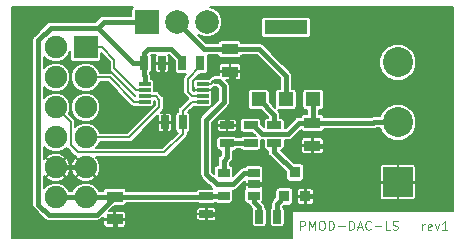
<source format=gbr>
G04 #@! TF.GenerationSoftware,KiCad,Pcbnew,5.0.2*
G04 #@! TF.CreationDate,2020-03-31T15:33:04+02:00*
G04 #@! TF.ProjectId,pmod-dac-ls,706d6f64-2d64-4616-932d-6c732e6b6963,1*
G04 #@! TF.SameCoordinates,Original*
G04 #@! TF.FileFunction,Copper,L1,Top*
G04 #@! TF.FilePolarity,Positive*
%FSLAX46Y46*%
G04 Gerber Fmt 4.6, Leading zero omitted, Abs format (unit mm)*
G04 Created by KiCad (PCBNEW 5.0.2) date mar. 31 mars 2020 15:33:04 CEST*
%MOMM*%
%LPD*%
G01*
G04 APERTURE LIST*
G04 #@! TA.AperFunction,NonConductor*
%ADD10C,0.101600*%
G04 #@! TD*
G04 #@! TA.AperFunction,ComponentPad*
%ADD11C,2.000000*%
G04 #@! TD*
G04 #@! TA.AperFunction,ComponentPad*
%ADD12R,2.000000X2.000000*%
G04 #@! TD*
G04 #@! TA.AperFunction,ComponentPad*
%ADD13R,2.000000X1.900000*%
G04 #@! TD*
G04 #@! TA.AperFunction,ComponentPad*
%ADD14C,1.900000*%
G04 #@! TD*
G04 #@! TA.AperFunction,SMDPad,CuDef*
%ADD15R,0.635000X1.143000*%
G04 #@! TD*
G04 #@! TA.AperFunction,SMDPad,CuDef*
%ADD16R,1.000000X0.300000*%
G04 #@! TD*
G04 #@! TA.AperFunction,SMDPad,CuDef*
%ADD17R,1.000760X0.701040*%
G04 #@! TD*
G04 #@! TA.AperFunction,ComponentPad*
%ADD18R,2.540000X2.540000*%
G04 #@! TD*
G04 #@! TA.AperFunction,ComponentPad*
%ADD19C,2.540000*%
G04 #@! TD*
G04 #@! TA.AperFunction,SMDPad,CuDef*
%ADD20R,1.198880X1.198880*%
G04 #@! TD*
G04 #@! TA.AperFunction,SMDPad,CuDef*
%ADD21R,3.599180X1.198880*%
G04 #@! TD*
G04 #@! TA.AperFunction,SMDPad,CuDef*
%ADD22R,1.397000X0.889000*%
G04 #@! TD*
G04 #@! TA.AperFunction,SMDPad,CuDef*
%ADD23R,0.914400X0.914400*%
G04 #@! TD*
G04 #@! TA.AperFunction,SMDPad,CuDef*
%ADD24R,1.143000X0.635000*%
G04 #@! TD*
G04 #@! TA.AperFunction,ViaPad*
%ADD25C,0.711200*%
G04 #@! TD*
G04 #@! TA.AperFunction,Conductor*
%ADD26C,0.203200*%
G04 #@! TD*
G04 #@! TA.AperFunction,Conductor*
%ADD27C,0.406400*%
G04 #@! TD*
G04 APERTURE END LIST*
D10*
X164555857Y-114114714D02*
X164555857Y-113606714D01*
X164555857Y-113751857D02*
X164592142Y-113679285D01*
X164628428Y-113643000D01*
X164701000Y-113606714D01*
X164773571Y-113606714D01*
X165317857Y-114078428D02*
X165245285Y-114114714D01*
X165100142Y-114114714D01*
X165027571Y-114078428D01*
X164991285Y-114005857D01*
X164991285Y-113715571D01*
X165027571Y-113643000D01*
X165100142Y-113606714D01*
X165245285Y-113606714D01*
X165317857Y-113643000D01*
X165354142Y-113715571D01*
X165354142Y-113788142D01*
X164991285Y-113860714D01*
X165608142Y-113606714D02*
X165789571Y-114114714D01*
X165971000Y-113606714D01*
X166660428Y-114114714D02*
X166225000Y-114114714D01*
X166442714Y-114114714D02*
X166442714Y-113352714D01*
X166370142Y-113461571D01*
X166297571Y-113534142D01*
X166225000Y-113570428D01*
X154191571Y-114094714D02*
X154191571Y-113332714D01*
X154481857Y-113332714D01*
X154554428Y-113369000D01*
X154590714Y-113405285D01*
X154627000Y-113477857D01*
X154627000Y-113586714D01*
X154590714Y-113659285D01*
X154554428Y-113695571D01*
X154481857Y-113731857D01*
X154191571Y-113731857D01*
X154953571Y-114094714D02*
X154953571Y-113332714D01*
X155207571Y-113877000D01*
X155461571Y-113332714D01*
X155461571Y-114094714D01*
X155969571Y-113332714D02*
X156114714Y-113332714D01*
X156187285Y-113369000D01*
X156259857Y-113441571D01*
X156296142Y-113586714D01*
X156296142Y-113840714D01*
X156259857Y-113985857D01*
X156187285Y-114058428D01*
X156114714Y-114094714D01*
X155969571Y-114094714D01*
X155897000Y-114058428D01*
X155824428Y-113985857D01*
X155788142Y-113840714D01*
X155788142Y-113586714D01*
X155824428Y-113441571D01*
X155897000Y-113369000D01*
X155969571Y-113332714D01*
X156622714Y-114094714D02*
X156622714Y-113332714D01*
X156804142Y-113332714D01*
X156913000Y-113369000D01*
X156985571Y-113441571D01*
X157021857Y-113514142D01*
X157058142Y-113659285D01*
X157058142Y-113768142D01*
X157021857Y-113913285D01*
X156985571Y-113985857D01*
X156913000Y-114058428D01*
X156804142Y-114094714D01*
X156622714Y-114094714D01*
X157384714Y-113804428D02*
X157965285Y-113804428D01*
X158328142Y-114094714D02*
X158328142Y-113332714D01*
X158509571Y-113332714D01*
X158618428Y-113369000D01*
X158691000Y-113441571D01*
X158727285Y-113514142D01*
X158763571Y-113659285D01*
X158763571Y-113768142D01*
X158727285Y-113913285D01*
X158691000Y-113985857D01*
X158618428Y-114058428D01*
X158509571Y-114094714D01*
X158328142Y-114094714D01*
X159053857Y-113877000D02*
X159416714Y-113877000D01*
X158981285Y-114094714D02*
X159235285Y-113332714D01*
X159489285Y-114094714D01*
X160178714Y-114022142D02*
X160142428Y-114058428D01*
X160033571Y-114094714D01*
X159961000Y-114094714D01*
X159852142Y-114058428D01*
X159779571Y-113985857D01*
X159743285Y-113913285D01*
X159707000Y-113768142D01*
X159707000Y-113659285D01*
X159743285Y-113514142D01*
X159779571Y-113441571D01*
X159852142Y-113369000D01*
X159961000Y-113332714D01*
X160033571Y-113332714D01*
X160142428Y-113369000D01*
X160178714Y-113405285D01*
X160505285Y-113804428D02*
X161085857Y-113804428D01*
X161811571Y-114094714D02*
X161448714Y-114094714D01*
X161448714Y-113332714D01*
X162029285Y-114058428D02*
X162138142Y-114094714D01*
X162319571Y-114094714D01*
X162392142Y-114058428D01*
X162428428Y-114022142D01*
X162464714Y-113949571D01*
X162464714Y-113877000D01*
X162428428Y-113804428D01*
X162392142Y-113768142D01*
X162319571Y-113731857D01*
X162174428Y-113695571D01*
X162101857Y-113659285D01*
X162065571Y-113623000D01*
X162029285Y-113550428D01*
X162029285Y-113477857D01*
X162065571Y-113405285D01*
X162101857Y-113369000D01*
X162174428Y-113332714D01*
X162355857Y-113332714D01*
X162464714Y-113369000D01*
D11*
G04 #@! TO.P,J1,3*
G04 #@! TO.N,+VExt*
X146290000Y-96500000D03*
G04 #@! TO.P,J1,2*
G04 #@! TO.N,Net-(C5-Pad1)*
X143750000Y-96500000D03*
D12*
G04 #@! TO.P,J1,1*
G04 #@! TO.N,+3.3V*
X141210000Y-96500000D03*
G04 #@! TD*
D13*
G04 #@! TO.P,P1,1*
G04 #@! TO.N,PMOD_CS*
X136040000Y-98650000D03*
D14*
G04 #@! TO.P,P1,2*
G04 #@! TO.N,PMOD_MOSI*
X136040000Y-101190000D03*
G04 #@! TO.P,P1,3*
G04 #@! TO.N,Net-(P1-Pad3)*
X136040000Y-103730000D03*
G04 #@! TO.P,P1,4*
G04 #@! TO.N,PMOD_SCK*
X136040000Y-106270000D03*
G04 #@! TO.P,P1,5*
G04 #@! TO.N,GND*
X136040000Y-108810000D03*
G04 #@! TO.P,P1,6*
G04 #@! TO.N,+3.3V*
X136040000Y-111350000D03*
G04 #@! TO.P,P1,7*
G04 #@! TO.N,Net-(P1-Pad7)*
X133500000Y-98650000D03*
G04 #@! TO.P,P1,8*
G04 #@! TO.N,Net-(P1-Pad8)*
X133500000Y-101190000D03*
G04 #@! TO.P,P1,9*
G04 #@! TO.N,PMOD_GPIO*
X133500000Y-103730000D03*
G04 #@! TO.P,P1,10*
G04 #@! TO.N,Net-(P1-Pad10)*
X133500000Y-106270000D03*
G04 #@! TO.P,P1,11*
G04 #@! TO.N,GND*
X133500000Y-108810000D03*
G04 #@! TO.P,P1,12*
G04 #@! TO.N,+3.3V*
X133500000Y-111350000D03*
G04 #@! TD*
D15*
G04 #@! TO.P,R1,1*
G04 #@! TO.N,PMOD_GPIO*
X144262000Y-105000000D03*
G04 #@! TO.P,R1,2*
G04 #@! TO.N,GND*
X142738000Y-105000000D03*
G04 #@! TD*
D16*
G04 #@! TO.P,U1,1*
G04 #@! TO.N,+3.3V*
X141050000Y-101750000D03*
G04 #@! TO.P,U1,2*
G04 #@! TO.N,PMOD_CS*
X141050000Y-102250000D03*
G04 #@! TO.P,U1,3*
G04 #@! TO.N,PMOD_SCK*
X141050000Y-102750000D03*
G04 #@! TO.P,U1,4*
G04 #@! TO.N,PMOD_MOSI*
X141050000Y-103250000D03*
G04 #@! TO.P,U1,5*
G04 #@! TO.N,PMOD_GPIO*
X145950000Y-103250000D03*
G04 #@! TO.P,U1,6*
G04 #@! TO.N,Net-(R6-Pad2)*
X145950000Y-102750000D03*
G04 #@! TO.P,U1,7*
G04 #@! TO.N,GND*
X145950000Y-102250000D03*
G04 #@! TO.P,U1,8*
G04 #@! TO.N,Net-(U1-Pad8)*
X145950000Y-101750000D03*
G04 #@! TD*
D15*
G04 #@! TO.P,R2,1*
G04 #@! TO.N,Net-(Q1-Pad1)*
X152262000Y-113000000D03*
G04 #@! TO.P,R2,2*
G04 #@! TO.N,Net-(R2-Pad2)*
X150738000Y-113000000D03*
G04 #@! TD*
D17*
G04 #@! TO.P,U2,5*
G04 #@! TO.N,+3.3V*
X147730000Y-111202500D03*
G04 #@! TO.P,U2,4*
G04 #@! TO.N,Net-(R4-Pad2)*
X147730000Y-109297500D03*
G04 #@! TO.P,U2,3*
G04 #@! TO.N,Net-(U1-Pad8)*
X150270000Y-109297500D03*
G04 #@! TO.P,U2,2*
G04 #@! TO.N,GND*
X150270000Y-110250000D03*
G04 #@! TO.P,U2,1*
G04 #@! TO.N,Net-(R2-Pad2)*
X150270000Y-111202500D03*
G04 #@! TD*
D18*
G04 #@! TO.P,P2,1*
G04 #@! TO.N,GND*
X162470000Y-110080000D03*
D19*
G04 #@! TO.P,P2,3*
G04 #@! TO.N,+VExt*
X162470000Y-99920000D03*
G04 #@! TO.P,P2,2*
G04 #@! TO.N,Net-(C2-Pad1)*
X162470000Y-105000000D03*
G04 #@! TD*
D20*
G04 #@! TO.P,Q2,2*
G04 #@! TO.N,Net-(C5-Pad1)*
X153000000Y-103050540D03*
G04 #@! TO.P,Q2,1*
G04 #@! TO.N,Net-(Q2-Pad1)*
X150698760Y-103050540D03*
G04 #@! TO.P,Q2,3*
G04 #@! TO.N,Net-(C2-Pad1)*
X155301240Y-103050540D03*
D21*
G04 #@! TO.P,Q2,4*
G04 #@! TO.N,N/C*
X153000000Y-96949460D03*
G04 #@! TD*
D22*
G04 #@! TO.P,C1,1*
G04 #@! TO.N,+3.3V*
X138500000Y-111297500D03*
G04 #@! TO.P,C1,2*
G04 #@! TO.N,GND*
X138500000Y-113202500D03*
G04 #@! TD*
G04 #@! TO.P,C2,2*
G04 #@! TO.N,GND*
X155240000Y-106962500D03*
G04 #@! TO.P,C2,1*
G04 #@! TO.N,Net-(C2-Pad1)*
X155240000Y-105057500D03*
G04 #@! TD*
D23*
G04 #@! TO.P,Q1,2*
G04 #@! TO.N,GND*
X154639000Y-111266000D03*
G04 #@! TO.P,Q1,1*
G04 #@! TO.N,Net-(Q1-Pad1)*
X152861000Y-111266000D03*
G04 #@! TO.P,Q1,3*
G04 #@! TO.N,Net-(Q1-Pad3)*
X153750000Y-109234000D03*
G04 #@! TD*
D24*
G04 #@! TO.P,R3,1*
G04 #@! TO.N,Net-(Q2-Pad1)*
X152000000Y-105228000D03*
G04 #@! TO.P,R3,2*
G04 #@! TO.N,Net-(Q1-Pad3)*
X152000000Y-106752000D03*
G04 #@! TD*
G04 #@! TO.P,R4,1*
G04 #@! TO.N,Net-(C2-Pad1)*
X150000000Y-105238000D03*
G04 #@! TO.P,R4,2*
G04 #@! TO.N,Net-(R4-Pad2)*
X150000000Y-106762000D03*
G04 #@! TD*
G04 #@! TO.P,R5,2*
G04 #@! TO.N,Net-(R4-Pad2)*
X148000000Y-106762000D03*
G04 #@! TO.P,R5,1*
G04 #@! TO.N,GND*
X148000000Y-105238000D03*
G04 #@! TD*
D15*
G04 #@! TO.P,C3,1*
G04 #@! TO.N,+3.3V*
X140988000Y-100000000D03*
G04 #@! TO.P,C3,2*
G04 #@! TO.N,GND*
X142512000Y-100000000D03*
G04 #@! TD*
D24*
G04 #@! TO.P,C4,2*
G04 #@! TO.N,GND*
X146250000Y-112762000D03*
G04 #@! TO.P,C4,1*
G04 #@! TO.N,+3.3V*
X146250000Y-111238000D03*
G04 #@! TD*
D15*
G04 #@! TO.P,R6,1*
G04 #@! TO.N,+3.3V*
X144238000Y-100000000D03*
G04 #@! TO.P,R6,2*
G04 #@! TO.N,Net-(R6-Pad2)*
X145762000Y-100000000D03*
G04 #@! TD*
D22*
G04 #@! TO.P,C5,1*
G04 #@! TO.N,Net-(C5-Pad1)*
X148250000Y-98797500D03*
G04 #@! TO.P,C5,2*
G04 #@! TO.N,GND*
X148250000Y-100702500D03*
G04 #@! TD*
D25*
G04 #@! TO.N,GND*
X156650000Y-106960000D03*
X148000000Y-104250000D03*
X155750000Y-111260000D03*
X151400000Y-110250000D03*
X147000000Y-102250000D03*
X138500000Y-114500000D03*
X142750000Y-106250000D03*
X147500000Y-112760000D03*
X142500000Y-101250000D03*
X137050000Y-102460000D03*
X148500000Y-101750000D03*
G04 #@! TD*
D26*
G04 #@! TO.N,PMOD_CS*
X141050000Y-102250000D02*
X140300000Y-102250000D01*
X140300000Y-102250000D02*
X138480000Y-100430000D01*
X138480000Y-100430000D02*
X138480000Y-99700000D01*
X138480000Y-99700000D02*
X137430000Y-98650000D01*
X137430000Y-98650000D02*
X136040000Y-98650000D01*
G04 #@! TO.N,PMOD_MOSI*
X141050000Y-103250000D02*
X140130000Y-103250000D01*
X140130000Y-103250000D02*
X138070000Y-101190000D01*
X138070000Y-101190000D02*
X136040000Y-101190000D01*
G04 #@! TO.N,PMOD_SCK*
X136040000Y-106270000D02*
X139730000Y-106270000D01*
X139730000Y-106270000D02*
X142280000Y-103720000D01*
X142280000Y-103720000D02*
X142280000Y-103060000D01*
X142280000Y-103060000D02*
X141970000Y-102750000D01*
X141970000Y-102750000D02*
X141050000Y-102750000D01*
D27*
G04 #@! TO.N,GND*
X155240000Y-106962500D02*
X156647500Y-106962500D01*
X156647500Y-106962500D02*
X156650000Y-106960000D01*
X133500000Y-108810000D02*
X136040000Y-108810000D01*
X148000000Y-105238000D02*
X148000000Y-104250000D01*
X154639000Y-111266000D02*
X155744000Y-111266000D01*
X155744000Y-111266000D02*
X155750000Y-111260000D01*
X150270000Y-110250000D02*
X151400000Y-110250000D01*
D26*
X145950000Y-102250000D02*
X147000000Y-102250000D01*
D27*
X138500000Y-113202500D02*
X138500000Y-114500000D01*
X142738000Y-105000000D02*
X142738000Y-106238000D01*
X142738000Y-106238000D02*
X142750000Y-106250000D01*
X146250000Y-112762000D02*
X147498000Y-112762000D01*
X147498000Y-112762000D02*
X147500000Y-112760000D01*
X142512000Y-100000000D02*
X142512000Y-101238000D01*
X142512000Y-101238000D02*
X142500000Y-101250000D01*
X148500000Y-101750000D02*
X148500000Y-100952500D01*
X148500000Y-100952500D02*
X148250000Y-100702500D01*
G04 #@! TO.N,+3.3V*
X133500000Y-111350000D02*
X136040000Y-111350000D01*
X138500000Y-111297500D02*
X137362500Y-111297500D01*
X137362500Y-111297500D02*
X137310000Y-111350000D01*
X137310000Y-111350000D02*
X136040000Y-111350000D01*
X147730000Y-111202500D02*
X146285500Y-111202500D01*
X146285500Y-111202500D02*
X146250000Y-111238000D01*
X138500000Y-111297500D02*
X146190500Y-111297500D01*
X146190500Y-111297500D02*
X146250000Y-111238000D01*
X140988000Y-100000000D02*
X140988000Y-101008000D01*
X140988000Y-101008000D02*
X141050000Y-101070000D01*
X141050000Y-101070000D02*
X141050000Y-101560000D01*
D26*
X141050000Y-101750000D02*
X141050000Y-101560000D01*
D27*
X140988000Y-100000000D02*
X140060000Y-100000000D01*
X137060000Y-97000000D02*
X133090000Y-97000000D01*
X133090000Y-97000000D02*
X132040000Y-98050000D01*
X132040000Y-98050000D02*
X132040000Y-111950000D01*
X132040000Y-111950000D02*
X132900000Y-112810000D01*
X132900000Y-112810000D02*
X136987500Y-112810000D01*
X136987500Y-112810000D02*
X138500000Y-111297500D01*
X144238000Y-100000000D02*
X144238000Y-99738000D01*
X144238000Y-99738000D02*
X143270000Y-98770000D01*
X143270000Y-98770000D02*
X141310000Y-98770000D01*
X141310000Y-98770000D02*
X140988000Y-99092000D01*
X140988000Y-99092000D02*
X140988000Y-100000000D01*
X140060000Y-100000000D02*
X137060000Y-97000000D01*
X141210000Y-96500000D02*
X137560000Y-96500000D01*
X137560000Y-96500000D02*
X137060000Y-97000000D01*
D26*
G04 #@! TO.N,PMOD_GPIO*
X145950000Y-103250000D02*
X145010000Y-103250000D01*
X145010000Y-103250000D02*
X144262000Y-103998000D01*
X144262000Y-103998000D02*
X144262000Y-105000000D01*
X133500000Y-103730000D02*
X134770000Y-105000000D01*
X134770000Y-105000000D02*
X134770000Y-106920000D01*
X134770000Y-106920000D02*
X135390000Y-107540000D01*
X135390000Y-107540000D02*
X142710000Y-107540000D01*
X142710000Y-107540000D02*
X144262000Y-105988000D01*
X144262000Y-105988000D02*
X144262000Y-105000000D01*
G04 #@! TO.N,Net-(U1-Pad8)*
X146630000Y-101750000D02*
X146860000Y-101520000D01*
X146860000Y-101520000D02*
X147000000Y-101520000D01*
D27*
X147000000Y-101520000D02*
X147320000Y-101520000D01*
X147320000Y-101520000D02*
X147740000Y-101940000D01*
X147740000Y-101940000D02*
X147740000Y-103280000D01*
X147740000Y-103280000D02*
X146250000Y-104770000D01*
D26*
X145950000Y-101750000D02*
X146630000Y-101750000D01*
D27*
X146250000Y-104770000D02*
X146250000Y-109380000D01*
X146250000Y-109380000D02*
X147120000Y-110250000D01*
X147120000Y-110250000D02*
X148520000Y-110250000D01*
X148520000Y-110250000D02*
X149472500Y-109297500D01*
X149472500Y-109297500D02*
X150270000Y-109297500D01*
G04 #@! TO.N,Net-(R2-Pad2)*
X150738000Y-113000000D02*
X150738000Y-112188000D01*
X150738000Y-112188000D02*
X150270000Y-111720000D01*
X150270000Y-111720000D02*
X150270000Y-111202500D01*
G04 #@! TO.N,Net-(Q1-Pad1)*
X152262000Y-113000000D02*
X152262000Y-111865000D01*
X152262000Y-111865000D02*
X152861000Y-111266000D01*
G04 #@! TO.N,Net-(R4-Pad2)*
X148000000Y-106762000D02*
X150000000Y-106762000D01*
X148000000Y-106762000D02*
X148000000Y-107960000D01*
X148000000Y-107960000D02*
X147730000Y-108230000D01*
X147730000Y-108230000D02*
X147730000Y-109297500D01*
G04 #@! TO.N,Net-(Q2-Pad1)*
X152000000Y-105228000D02*
X152000000Y-104351780D01*
X152000000Y-104351780D02*
X150698760Y-103050540D01*
G04 #@! TO.N,Net-(C2-Pad1)*
X155240000Y-105057500D02*
X160402500Y-105057500D01*
X160402500Y-105057500D02*
X160460000Y-105000000D01*
X160460000Y-105000000D02*
X162470000Y-105000000D01*
X155301240Y-103050540D02*
X155301240Y-104996260D01*
X155301240Y-104996260D02*
X155240000Y-105057500D01*
X155240000Y-105057500D02*
X154122500Y-105057500D01*
X154122500Y-105057500D02*
X153190000Y-105990000D01*
X153190000Y-105990000D02*
X151000000Y-105990000D01*
X151000000Y-105990000D02*
X150248000Y-105238000D01*
X150248000Y-105238000D02*
X150000000Y-105238000D01*
G04 #@! TO.N,Net-(Q1-Pad3)*
X152000000Y-106752000D02*
X152000000Y-107484000D01*
X152000000Y-107484000D02*
X153750000Y-109234000D01*
D26*
G04 #@! TO.N,Net-(R6-Pad2)*
X145950000Y-102750000D02*
X145070000Y-102750000D01*
X145070000Y-102750000D02*
X144720000Y-102400000D01*
X144720000Y-102400000D02*
X144720000Y-101290000D01*
X144720000Y-101290000D02*
X145762000Y-100248000D01*
X145762000Y-100248000D02*
X145762000Y-100000000D01*
D27*
G04 #@! TO.N,Net-(C5-Pad1)*
X153000000Y-103050540D02*
X153000000Y-101060000D01*
X148250000Y-98797500D02*
X150737500Y-98797500D01*
X150737500Y-98797500D02*
X153000000Y-101060000D01*
X148250000Y-98797500D02*
X146047500Y-98797500D01*
X146047500Y-98797500D02*
X143750000Y-96500000D01*
G04 #@! TD*
D26*
G04 #@! TO.N,GND*
G36*
X139990252Y-95280252D02*
X139922885Y-95381073D01*
X139899229Y-95500000D01*
X139899229Y-95992000D01*
X137610028Y-95992000D01*
X137560000Y-95982049D01*
X137509972Y-95992000D01*
X137509968Y-95992000D01*
X137361788Y-96021475D01*
X137236167Y-96105412D01*
X137236165Y-96105414D01*
X137193753Y-96133753D01*
X137165414Y-96176165D01*
X136849580Y-96492000D01*
X133140027Y-96492000D01*
X133089999Y-96482049D01*
X133039971Y-96492000D01*
X133039968Y-96492000D01*
X132891788Y-96521475D01*
X132766167Y-96605412D01*
X132766165Y-96605414D01*
X132723753Y-96633753D01*
X132695414Y-96676165D01*
X131716168Y-97655412D01*
X131673753Y-97683753D01*
X131561475Y-97851789D01*
X131532000Y-97999969D01*
X131532000Y-97999972D01*
X131522049Y-98050000D01*
X131532000Y-98100028D01*
X131532001Y-111899967D01*
X131522049Y-111950000D01*
X131561475Y-112148211D01*
X131645412Y-112273832D01*
X131645415Y-112273835D01*
X131673754Y-112316247D01*
X131716166Y-112344586D01*
X132505414Y-113133835D01*
X132533753Y-113176247D01*
X132576165Y-113204586D01*
X132576167Y-113204588D01*
X132641286Y-113248098D01*
X132701788Y-113288525D01*
X132849968Y-113318000D01*
X132849972Y-113318000D01*
X132900000Y-113327951D01*
X132950028Y-113318000D01*
X136937472Y-113318000D01*
X136987500Y-113327951D01*
X137037528Y-113318000D01*
X137037532Y-113318000D01*
X137171258Y-113291400D01*
X137547500Y-113291400D01*
X137547500Y-113697524D01*
X137586169Y-113790880D01*
X137657621Y-113862331D01*
X137750976Y-113901000D01*
X138411100Y-113901000D01*
X138474600Y-113837500D01*
X138474600Y-113227900D01*
X138525400Y-113227900D01*
X138525400Y-113837500D01*
X138588900Y-113901000D01*
X139249024Y-113901000D01*
X139342379Y-113862331D01*
X139413831Y-113790880D01*
X139452500Y-113697524D01*
X139452500Y-113291400D01*
X139389000Y-113227900D01*
X138525400Y-113227900D01*
X138474600Y-113227900D01*
X137611000Y-113227900D01*
X137547500Y-113291400D01*
X137171258Y-113291400D01*
X137185712Y-113288525D01*
X137353747Y-113176247D01*
X137382088Y-113133832D01*
X137547500Y-112968420D01*
X137547500Y-113113600D01*
X137611000Y-113177100D01*
X138474600Y-113177100D01*
X138474600Y-112567500D01*
X138525400Y-112567500D01*
X138525400Y-113177100D01*
X139389000Y-113177100D01*
X139452500Y-113113600D01*
X139452500Y-112850900D01*
X145424500Y-112850900D01*
X145424500Y-113130024D01*
X145463169Y-113223380D01*
X145534621Y-113294831D01*
X145627976Y-113333500D01*
X146161100Y-113333500D01*
X146224600Y-113270000D01*
X146224600Y-112787400D01*
X146275400Y-112787400D01*
X146275400Y-113270000D01*
X146338900Y-113333500D01*
X146872024Y-113333500D01*
X146965379Y-113294831D01*
X147036831Y-113223380D01*
X147075500Y-113130024D01*
X147075500Y-112850900D01*
X147012000Y-112787400D01*
X146275400Y-112787400D01*
X146224600Y-112787400D01*
X145488000Y-112787400D01*
X145424500Y-112850900D01*
X139452500Y-112850900D01*
X139452500Y-112707476D01*
X139413831Y-112614120D01*
X139342379Y-112542669D01*
X139249024Y-112504000D01*
X138588900Y-112504000D01*
X138525400Y-112567500D01*
X138474600Y-112567500D01*
X138411100Y-112504000D01*
X138011920Y-112504000D01*
X138121944Y-112393976D01*
X145424500Y-112393976D01*
X145424500Y-112673100D01*
X145488000Y-112736600D01*
X146224600Y-112736600D01*
X146224600Y-112254000D01*
X146275400Y-112254000D01*
X146275400Y-112736600D01*
X147012000Y-112736600D01*
X147075500Y-112673100D01*
X147075500Y-112393976D01*
X147036831Y-112300620D01*
X146965379Y-112229169D01*
X146872024Y-112190500D01*
X146338900Y-112190500D01*
X146275400Y-112254000D01*
X146224600Y-112254000D01*
X146161100Y-112190500D01*
X145627976Y-112190500D01*
X145534621Y-112229169D01*
X145463169Y-112300620D01*
X145424500Y-112393976D01*
X138121944Y-112393976D01*
X138463150Y-112052771D01*
X139198500Y-112052771D01*
X139317427Y-112029115D01*
X139418248Y-111961748D01*
X139485615Y-111860927D01*
X139496640Y-111805500D01*
X145504027Y-111805500D01*
X145559573Y-111842615D01*
X145678500Y-111866271D01*
X146821500Y-111866271D01*
X146940427Y-111842615D01*
X147027416Y-111784490D01*
X147110693Y-111840135D01*
X147229620Y-111863791D01*
X148230380Y-111863791D01*
X148349307Y-111840135D01*
X148450128Y-111772768D01*
X148517495Y-111671947D01*
X148541151Y-111553020D01*
X148541151Y-110851980D01*
X149458849Y-110851980D01*
X149458849Y-111553020D01*
X149482505Y-111671947D01*
X149549872Y-111772768D01*
X149650693Y-111840135D01*
X149769620Y-111863791D01*
X149780650Y-111863791D01*
X149781304Y-111867079D01*
X149791475Y-111918211D01*
X149865579Y-112029115D01*
X149903753Y-112086247D01*
X149946167Y-112114588D01*
X150136496Y-112304917D01*
X150133385Y-112309573D01*
X150109729Y-112428500D01*
X150109729Y-113571500D01*
X150133385Y-113690427D01*
X150200752Y-113791248D01*
X150301573Y-113858615D01*
X150420500Y-113882271D01*
X151055500Y-113882271D01*
X151174427Y-113858615D01*
X151275248Y-113791248D01*
X151342615Y-113690427D01*
X151366271Y-113571500D01*
X151366271Y-112428500D01*
X151633729Y-112428500D01*
X151633729Y-113571500D01*
X151657385Y-113690427D01*
X151724752Y-113791248D01*
X151825573Y-113858615D01*
X151944500Y-113882271D01*
X152579500Y-113882271D01*
X152698427Y-113858615D01*
X152799248Y-113791248D01*
X152866615Y-113690427D01*
X152890271Y-113571500D01*
X152890271Y-112428500D01*
X152866615Y-112309573D01*
X152799248Y-112208752D01*
X152770000Y-112189209D01*
X152770000Y-112075420D01*
X152811449Y-112033971D01*
X153318200Y-112033971D01*
X153437127Y-112010315D01*
X153537948Y-111942948D01*
X153605315Y-111842127D01*
X153628971Y-111723200D01*
X153628971Y-111354900D01*
X153927800Y-111354900D01*
X153927800Y-111773724D01*
X153966469Y-111867079D01*
X154037920Y-111938531D01*
X154131276Y-111977200D01*
X154550100Y-111977200D01*
X154613600Y-111913700D01*
X154613600Y-111291400D01*
X154664400Y-111291400D01*
X154664400Y-111913700D01*
X154727900Y-111977200D01*
X155146724Y-111977200D01*
X155240080Y-111938531D01*
X155311531Y-111867079D01*
X155350200Y-111773724D01*
X155350200Y-111354900D01*
X155286700Y-111291400D01*
X154664400Y-111291400D01*
X154613600Y-111291400D01*
X153991300Y-111291400D01*
X153927800Y-111354900D01*
X153628971Y-111354900D01*
X153628971Y-110808800D01*
X153618922Y-110758276D01*
X153927800Y-110758276D01*
X153927800Y-111177100D01*
X153991300Y-111240600D01*
X154613600Y-111240600D01*
X154613600Y-110618300D01*
X154664400Y-110618300D01*
X154664400Y-111240600D01*
X155286700Y-111240600D01*
X155350200Y-111177100D01*
X155350200Y-110758276D01*
X155311531Y-110664921D01*
X155240080Y-110593469D01*
X155146724Y-110554800D01*
X154727900Y-110554800D01*
X154664400Y-110618300D01*
X154613600Y-110618300D01*
X154550100Y-110554800D01*
X154131276Y-110554800D01*
X154037920Y-110593469D01*
X153966469Y-110664921D01*
X153927800Y-110758276D01*
X153618922Y-110758276D01*
X153605315Y-110689873D01*
X153537948Y-110589052D01*
X153437127Y-110521685D01*
X153318200Y-110498029D01*
X152403800Y-110498029D01*
X152284873Y-110521685D01*
X152184052Y-110589052D01*
X152116685Y-110689873D01*
X152093029Y-110808800D01*
X152093029Y-111315551D01*
X151938166Y-111470414D01*
X151895754Y-111498753D01*
X151867415Y-111541165D01*
X151867412Y-111541168D01*
X151783475Y-111666789D01*
X151744049Y-111865000D01*
X151754001Y-111915032D01*
X151754001Y-112189208D01*
X151724752Y-112208752D01*
X151657385Y-112309573D01*
X151633729Y-112428500D01*
X151366271Y-112428500D01*
X151342615Y-112309573D01*
X151275248Y-112208752D01*
X151254571Y-112194936D01*
X151255951Y-112188000D01*
X151246000Y-112137972D01*
X151246000Y-112137968D01*
X151216525Y-111989788D01*
X151197789Y-111961748D01*
X151132588Y-111864167D01*
X151132586Y-111864165D01*
X151104247Y-111821753D01*
X151061835Y-111793414D01*
X151010580Y-111742159D01*
X151057495Y-111671947D01*
X151081151Y-111553020D01*
X151081151Y-110851980D01*
X151057495Y-110733053D01*
X151016083Y-110671076D01*
X151024380Y-110651044D01*
X151024380Y-110338900D01*
X150960880Y-110275400D01*
X150295400Y-110275400D01*
X150295400Y-110295400D01*
X150244600Y-110295400D01*
X150244600Y-110275400D01*
X149579120Y-110275400D01*
X149515620Y-110338900D01*
X149515620Y-110651044D01*
X149523917Y-110671076D01*
X149482505Y-110733053D01*
X149458849Y-110851980D01*
X148541151Y-110851980D01*
X148524268Y-110767102D01*
X148570028Y-110758000D01*
X148570032Y-110758000D01*
X148718212Y-110728525D01*
X148886247Y-110616247D01*
X148914588Y-110573832D01*
X149515620Y-109972800D01*
X149515620Y-110161100D01*
X149579120Y-110224600D01*
X150244600Y-110224600D01*
X150244600Y-110204600D01*
X150295400Y-110204600D01*
X150295400Y-110224600D01*
X150960880Y-110224600D01*
X151016580Y-110168900D01*
X160946000Y-110168900D01*
X160946000Y-111400524D01*
X160984669Y-111493880D01*
X161056121Y-111565331D01*
X161149476Y-111604000D01*
X162381100Y-111604000D01*
X162444600Y-111540500D01*
X162444600Y-110105400D01*
X162495400Y-110105400D01*
X162495400Y-111540500D01*
X162558900Y-111604000D01*
X163790524Y-111604000D01*
X163883879Y-111565331D01*
X163955331Y-111493880D01*
X163994000Y-111400524D01*
X163994000Y-110168900D01*
X163930500Y-110105400D01*
X162495400Y-110105400D01*
X162444600Y-110105400D01*
X161009500Y-110105400D01*
X160946000Y-110168900D01*
X151016580Y-110168900D01*
X151024380Y-110161100D01*
X151024380Y-109848956D01*
X151016083Y-109828924D01*
X151057495Y-109766947D01*
X151081151Y-109648020D01*
X151081151Y-108946980D01*
X151057495Y-108828053D01*
X150990128Y-108727232D01*
X150889307Y-108659865D01*
X150770380Y-108636209D01*
X149769620Y-108636209D01*
X149650693Y-108659865D01*
X149549872Y-108727232D01*
X149509939Y-108786996D01*
X149472499Y-108779549D01*
X149422471Y-108789500D01*
X149422468Y-108789500D01*
X149274288Y-108818975D01*
X149106253Y-108931253D01*
X149077912Y-108973668D01*
X148541151Y-109510429D01*
X148541151Y-108946980D01*
X148517495Y-108828053D01*
X148450128Y-108727232D01*
X148349307Y-108659865D01*
X148238000Y-108637725D01*
X148238000Y-108440420D01*
X148323832Y-108354588D01*
X148366247Y-108326247D01*
X148478525Y-108158212D01*
X148508000Y-108010032D01*
X148508000Y-108010028D01*
X148517951Y-107960000D01*
X148508000Y-107909972D01*
X148508000Y-107390271D01*
X148571500Y-107390271D01*
X148690427Y-107366615D01*
X148791248Y-107299248D01*
X148810791Y-107270000D01*
X149189209Y-107270000D01*
X149208752Y-107299248D01*
X149309573Y-107366615D01*
X149428500Y-107390271D01*
X150571500Y-107390271D01*
X150690427Y-107366615D01*
X150791248Y-107299248D01*
X150858615Y-107198427D01*
X150882271Y-107079500D01*
X150882271Y-106484534D01*
X150949968Y-106498000D01*
X150949972Y-106498000D01*
X151000000Y-106507951D01*
X151050028Y-106498000D01*
X151117729Y-106498000D01*
X151117729Y-107069500D01*
X151141385Y-107188427D01*
X151208752Y-107289248D01*
X151309573Y-107356615D01*
X151428500Y-107380271D01*
X151492001Y-107380271D01*
X151492001Y-107433968D01*
X151482049Y-107484000D01*
X151521475Y-107682211D01*
X151605412Y-107807832D01*
X151605415Y-107807835D01*
X151633754Y-107850247D01*
X151676166Y-107878586D01*
X152982029Y-109184450D01*
X152982029Y-109691200D01*
X153005685Y-109810127D01*
X153073052Y-109910948D01*
X153173873Y-109978315D01*
X153292800Y-110001971D01*
X154207200Y-110001971D01*
X154326127Y-109978315D01*
X154426948Y-109910948D01*
X154494315Y-109810127D01*
X154517971Y-109691200D01*
X154517971Y-108776800D01*
X154514526Y-108759476D01*
X160946000Y-108759476D01*
X160946000Y-109991100D01*
X161009500Y-110054600D01*
X162444600Y-110054600D01*
X162444600Y-108619500D01*
X162495400Y-108619500D01*
X162495400Y-110054600D01*
X163930500Y-110054600D01*
X163994000Y-109991100D01*
X163994000Y-108759476D01*
X163955331Y-108666120D01*
X163883879Y-108594669D01*
X163790524Y-108556000D01*
X162558900Y-108556000D01*
X162495400Y-108619500D01*
X162444600Y-108619500D01*
X162381100Y-108556000D01*
X161149476Y-108556000D01*
X161056121Y-108594669D01*
X160984669Y-108666120D01*
X160946000Y-108759476D01*
X154514526Y-108759476D01*
X154494315Y-108657873D01*
X154426948Y-108557052D01*
X154326127Y-108489685D01*
X154207200Y-108466029D01*
X153700450Y-108466029D01*
X152607525Y-107373105D01*
X152690427Y-107356615D01*
X152791248Y-107289248D01*
X152858615Y-107188427D01*
X152882271Y-107069500D01*
X152882271Y-107051400D01*
X154287500Y-107051400D01*
X154287500Y-107457524D01*
X154326169Y-107550880D01*
X154397621Y-107622331D01*
X154490976Y-107661000D01*
X155151100Y-107661000D01*
X155214600Y-107597500D01*
X155214600Y-106987900D01*
X155265400Y-106987900D01*
X155265400Y-107597500D01*
X155328900Y-107661000D01*
X155989024Y-107661000D01*
X156082379Y-107622331D01*
X156153831Y-107550880D01*
X156192500Y-107457524D01*
X156192500Y-107051400D01*
X156129000Y-106987900D01*
X155265400Y-106987900D01*
X155214600Y-106987900D01*
X154351000Y-106987900D01*
X154287500Y-107051400D01*
X152882271Y-107051400D01*
X152882271Y-106498000D01*
X153139972Y-106498000D01*
X153190000Y-106507951D01*
X153240028Y-106498000D01*
X153240032Y-106498000D01*
X153388212Y-106468525D01*
X153389781Y-106467476D01*
X154287500Y-106467476D01*
X154287500Y-106873600D01*
X154351000Y-106937100D01*
X155214600Y-106937100D01*
X155214600Y-106327500D01*
X155265400Y-106327500D01*
X155265400Y-106937100D01*
X156129000Y-106937100D01*
X156192500Y-106873600D01*
X156192500Y-106467476D01*
X156153831Y-106374120D01*
X156082379Y-106302669D01*
X155989024Y-106264000D01*
X155328900Y-106264000D01*
X155265400Y-106327500D01*
X155214600Y-106327500D01*
X155151100Y-106264000D01*
X154490976Y-106264000D01*
X154397621Y-106302669D01*
X154326169Y-106374120D01*
X154287500Y-106467476D01*
X153389781Y-106467476D01*
X153556247Y-106356247D01*
X153584588Y-106313832D01*
X154263641Y-105634780D01*
X154321752Y-105721748D01*
X154422573Y-105789115D01*
X154541500Y-105812771D01*
X155938500Y-105812771D01*
X156057427Y-105789115D01*
X156158248Y-105721748D01*
X156225615Y-105620927D01*
X156236640Y-105565500D01*
X160352472Y-105565500D01*
X160402500Y-105575451D01*
X160452528Y-105565500D01*
X160452532Y-105565500D01*
X160600712Y-105536025D01*
X160642654Y-105508000D01*
X160975869Y-105508000D01*
X161134949Y-105892052D01*
X161577948Y-106335051D01*
X162156753Y-106574800D01*
X162783247Y-106574800D01*
X163362052Y-106335051D01*
X163805051Y-105892052D01*
X164044800Y-105313247D01*
X164044800Y-104686753D01*
X163805051Y-104107948D01*
X163362052Y-103664949D01*
X162783247Y-103425200D01*
X162156753Y-103425200D01*
X161577948Y-103664949D01*
X161134949Y-104107948D01*
X160975869Y-104492000D01*
X160510027Y-104492000D01*
X160459999Y-104482049D01*
X160409971Y-104492000D01*
X160409968Y-104492000D01*
X160261788Y-104521475D01*
X160219846Y-104549500D01*
X156236640Y-104549500D01*
X156225615Y-104494073D01*
X156158248Y-104393252D01*
X156057427Y-104325885D01*
X155938500Y-104302229D01*
X155809240Y-104302229D01*
X155809240Y-103960751D01*
X155900680Y-103960751D01*
X156019607Y-103937095D01*
X156120428Y-103869728D01*
X156187795Y-103768907D01*
X156211451Y-103649980D01*
X156211451Y-102451100D01*
X156187795Y-102332173D01*
X156120428Y-102231352D01*
X156019607Y-102163985D01*
X155900680Y-102140329D01*
X154701800Y-102140329D01*
X154582873Y-102163985D01*
X154482052Y-102231352D01*
X154414685Y-102332173D01*
X154391029Y-102451100D01*
X154391029Y-103649980D01*
X154414685Y-103768907D01*
X154482052Y-103869728D01*
X154582873Y-103937095D01*
X154701800Y-103960751D01*
X154793240Y-103960751D01*
X154793241Y-104302229D01*
X154541500Y-104302229D01*
X154422573Y-104325885D01*
X154321752Y-104393252D01*
X154254385Y-104494073D01*
X154243360Y-104549500D01*
X154172527Y-104549500D01*
X154122499Y-104539549D01*
X154072471Y-104549500D01*
X154072468Y-104549500D01*
X153924288Y-104578975D01*
X153798667Y-104662912D01*
X153798665Y-104662914D01*
X153756253Y-104691253D01*
X153727914Y-104733665D01*
X152979580Y-105482000D01*
X152882271Y-105482000D01*
X152882271Y-104910500D01*
X152858615Y-104791573D01*
X152791248Y-104690752D01*
X152690427Y-104623385D01*
X152571500Y-104599729D01*
X152508000Y-104599729D01*
X152508000Y-104401807D01*
X152517951Y-104351779D01*
X152508000Y-104301751D01*
X152508000Y-104301748D01*
X152478525Y-104153568D01*
X152444616Y-104102820D01*
X152394588Y-104027947D01*
X152394586Y-104027945D01*
X152366247Y-103985533D01*
X152323835Y-103957194D01*
X152309224Y-103942583D01*
X152400560Y-103960751D01*
X153599440Y-103960751D01*
X153718367Y-103937095D01*
X153819188Y-103869728D01*
X153886555Y-103768907D01*
X153910211Y-103649980D01*
X153910211Y-102451100D01*
X153886555Y-102332173D01*
X153819188Y-102231352D01*
X153718367Y-102163985D01*
X153599440Y-102140329D01*
X153508000Y-102140329D01*
X153508000Y-101110027D01*
X153517951Y-101059999D01*
X153508000Y-101009971D01*
X153508000Y-101009968D01*
X153478525Y-100861788D01*
X153454278Y-100825500D01*
X153394588Y-100736167D01*
X153394586Y-100736165D01*
X153366247Y-100693753D01*
X153323835Y-100665414D01*
X152265174Y-99606753D01*
X160895200Y-99606753D01*
X160895200Y-100233247D01*
X161134949Y-100812052D01*
X161577948Y-101255051D01*
X162156753Y-101494800D01*
X162783247Y-101494800D01*
X163362052Y-101255051D01*
X163805051Y-100812052D01*
X164044800Y-100233247D01*
X164044800Y-99606753D01*
X163805051Y-99027948D01*
X163362052Y-98584949D01*
X162783247Y-98345200D01*
X162156753Y-98345200D01*
X161577948Y-98584949D01*
X161134949Y-99027948D01*
X160895200Y-99606753D01*
X152265174Y-99606753D01*
X151132087Y-98473667D01*
X151103747Y-98431253D01*
X150935712Y-98318975D01*
X150787532Y-98289500D01*
X150787528Y-98289500D01*
X150737500Y-98279549D01*
X150687472Y-98289500D01*
X149246640Y-98289500D01*
X149235615Y-98234073D01*
X149168248Y-98133252D01*
X149067427Y-98065885D01*
X148948500Y-98042229D01*
X147551500Y-98042229D01*
X147432573Y-98065885D01*
X147331752Y-98133252D01*
X147264385Y-98234073D01*
X147253360Y-98289500D01*
X146257921Y-98289500D01*
X145591326Y-97622905D01*
X146030459Y-97804800D01*
X146549541Y-97804800D01*
X147029110Y-97606156D01*
X147396156Y-97239110D01*
X147594800Y-96759541D01*
X147594800Y-96350020D01*
X150889639Y-96350020D01*
X150889639Y-97548900D01*
X150913295Y-97667827D01*
X150980662Y-97768648D01*
X151081483Y-97836015D01*
X151200410Y-97859671D01*
X154799590Y-97859671D01*
X154918517Y-97836015D01*
X155019338Y-97768648D01*
X155086705Y-97667827D01*
X155110361Y-97548900D01*
X155110361Y-96350020D01*
X155086705Y-96231093D01*
X155019338Y-96130272D01*
X154918517Y-96062905D01*
X154799590Y-96039249D01*
X151200410Y-96039249D01*
X151081483Y-96062905D01*
X150980662Y-96130272D01*
X150913295Y-96231093D01*
X150889639Y-96350020D01*
X147594800Y-96350020D01*
X147594800Y-96240459D01*
X147396156Y-95760890D01*
X147029110Y-95393844D01*
X146608931Y-95219800D01*
X167170200Y-95219800D01*
X167170201Y-112518400D01*
X153600000Y-112518400D01*
X153561119Y-112526134D01*
X153528158Y-112548158D01*
X153506134Y-112581119D01*
X153498400Y-112620000D01*
X153498400Y-114780200D01*
X129829800Y-114780200D01*
X129829800Y-95219800D01*
X140080724Y-95219800D01*
X139990252Y-95280252D01*
X139990252Y-95280252D01*
G37*
X139990252Y-95280252D02*
X139922885Y-95381073D01*
X139899229Y-95500000D01*
X139899229Y-95992000D01*
X137610028Y-95992000D01*
X137560000Y-95982049D01*
X137509972Y-95992000D01*
X137509968Y-95992000D01*
X137361788Y-96021475D01*
X137236167Y-96105412D01*
X137236165Y-96105414D01*
X137193753Y-96133753D01*
X137165414Y-96176165D01*
X136849580Y-96492000D01*
X133140027Y-96492000D01*
X133089999Y-96482049D01*
X133039971Y-96492000D01*
X133039968Y-96492000D01*
X132891788Y-96521475D01*
X132766167Y-96605412D01*
X132766165Y-96605414D01*
X132723753Y-96633753D01*
X132695414Y-96676165D01*
X131716168Y-97655412D01*
X131673753Y-97683753D01*
X131561475Y-97851789D01*
X131532000Y-97999969D01*
X131532000Y-97999972D01*
X131522049Y-98050000D01*
X131532000Y-98100028D01*
X131532001Y-111899967D01*
X131522049Y-111950000D01*
X131561475Y-112148211D01*
X131645412Y-112273832D01*
X131645415Y-112273835D01*
X131673754Y-112316247D01*
X131716166Y-112344586D01*
X132505414Y-113133835D01*
X132533753Y-113176247D01*
X132576165Y-113204586D01*
X132576167Y-113204588D01*
X132641286Y-113248098D01*
X132701788Y-113288525D01*
X132849968Y-113318000D01*
X132849972Y-113318000D01*
X132900000Y-113327951D01*
X132950028Y-113318000D01*
X136937472Y-113318000D01*
X136987500Y-113327951D01*
X137037528Y-113318000D01*
X137037532Y-113318000D01*
X137171258Y-113291400D01*
X137547500Y-113291400D01*
X137547500Y-113697524D01*
X137586169Y-113790880D01*
X137657621Y-113862331D01*
X137750976Y-113901000D01*
X138411100Y-113901000D01*
X138474600Y-113837500D01*
X138474600Y-113227900D01*
X138525400Y-113227900D01*
X138525400Y-113837500D01*
X138588900Y-113901000D01*
X139249024Y-113901000D01*
X139342379Y-113862331D01*
X139413831Y-113790880D01*
X139452500Y-113697524D01*
X139452500Y-113291400D01*
X139389000Y-113227900D01*
X138525400Y-113227900D01*
X138474600Y-113227900D01*
X137611000Y-113227900D01*
X137547500Y-113291400D01*
X137171258Y-113291400D01*
X137185712Y-113288525D01*
X137353747Y-113176247D01*
X137382088Y-113133832D01*
X137547500Y-112968420D01*
X137547500Y-113113600D01*
X137611000Y-113177100D01*
X138474600Y-113177100D01*
X138474600Y-112567500D01*
X138525400Y-112567500D01*
X138525400Y-113177100D01*
X139389000Y-113177100D01*
X139452500Y-113113600D01*
X139452500Y-112850900D01*
X145424500Y-112850900D01*
X145424500Y-113130024D01*
X145463169Y-113223380D01*
X145534621Y-113294831D01*
X145627976Y-113333500D01*
X146161100Y-113333500D01*
X146224600Y-113270000D01*
X146224600Y-112787400D01*
X146275400Y-112787400D01*
X146275400Y-113270000D01*
X146338900Y-113333500D01*
X146872024Y-113333500D01*
X146965379Y-113294831D01*
X147036831Y-113223380D01*
X147075500Y-113130024D01*
X147075500Y-112850900D01*
X147012000Y-112787400D01*
X146275400Y-112787400D01*
X146224600Y-112787400D01*
X145488000Y-112787400D01*
X145424500Y-112850900D01*
X139452500Y-112850900D01*
X139452500Y-112707476D01*
X139413831Y-112614120D01*
X139342379Y-112542669D01*
X139249024Y-112504000D01*
X138588900Y-112504000D01*
X138525400Y-112567500D01*
X138474600Y-112567500D01*
X138411100Y-112504000D01*
X138011920Y-112504000D01*
X138121944Y-112393976D01*
X145424500Y-112393976D01*
X145424500Y-112673100D01*
X145488000Y-112736600D01*
X146224600Y-112736600D01*
X146224600Y-112254000D01*
X146275400Y-112254000D01*
X146275400Y-112736600D01*
X147012000Y-112736600D01*
X147075500Y-112673100D01*
X147075500Y-112393976D01*
X147036831Y-112300620D01*
X146965379Y-112229169D01*
X146872024Y-112190500D01*
X146338900Y-112190500D01*
X146275400Y-112254000D01*
X146224600Y-112254000D01*
X146161100Y-112190500D01*
X145627976Y-112190500D01*
X145534621Y-112229169D01*
X145463169Y-112300620D01*
X145424500Y-112393976D01*
X138121944Y-112393976D01*
X138463150Y-112052771D01*
X139198500Y-112052771D01*
X139317427Y-112029115D01*
X139418248Y-111961748D01*
X139485615Y-111860927D01*
X139496640Y-111805500D01*
X145504027Y-111805500D01*
X145559573Y-111842615D01*
X145678500Y-111866271D01*
X146821500Y-111866271D01*
X146940427Y-111842615D01*
X147027416Y-111784490D01*
X147110693Y-111840135D01*
X147229620Y-111863791D01*
X148230380Y-111863791D01*
X148349307Y-111840135D01*
X148450128Y-111772768D01*
X148517495Y-111671947D01*
X148541151Y-111553020D01*
X148541151Y-110851980D01*
X149458849Y-110851980D01*
X149458849Y-111553020D01*
X149482505Y-111671947D01*
X149549872Y-111772768D01*
X149650693Y-111840135D01*
X149769620Y-111863791D01*
X149780650Y-111863791D01*
X149781304Y-111867079D01*
X149791475Y-111918211D01*
X149865579Y-112029115D01*
X149903753Y-112086247D01*
X149946167Y-112114588D01*
X150136496Y-112304917D01*
X150133385Y-112309573D01*
X150109729Y-112428500D01*
X150109729Y-113571500D01*
X150133385Y-113690427D01*
X150200752Y-113791248D01*
X150301573Y-113858615D01*
X150420500Y-113882271D01*
X151055500Y-113882271D01*
X151174427Y-113858615D01*
X151275248Y-113791248D01*
X151342615Y-113690427D01*
X151366271Y-113571500D01*
X151366271Y-112428500D01*
X151633729Y-112428500D01*
X151633729Y-113571500D01*
X151657385Y-113690427D01*
X151724752Y-113791248D01*
X151825573Y-113858615D01*
X151944500Y-113882271D01*
X152579500Y-113882271D01*
X152698427Y-113858615D01*
X152799248Y-113791248D01*
X152866615Y-113690427D01*
X152890271Y-113571500D01*
X152890271Y-112428500D01*
X152866615Y-112309573D01*
X152799248Y-112208752D01*
X152770000Y-112189209D01*
X152770000Y-112075420D01*
X152811449Y-112033971D01*
X153318200Y-112033971D01*
X153437127Y-112010315D01*
X153537948Y-111942948D01*
X153605315Y-111842127D01*
X153628971Y-111723200D01*
X153628971Y-111354900D01*
X153927800Y-111354900D01*
X153927800Y-111773724D01*
X153966469Y-111867079D01*
X154037920Y-111938531D01*
X154131276Y-111977200D01*
X154550100Y-111977200D01*
X154613600Y-111913700D01*
X154613600Y-111291400D01*
X154664400Y-111291400D01*
X154664400Y-111913700D01*
X154727900Y-111977200D01*
X155146724Y-111977200D01*
X155240080Y-111938531D01*
X155311531Y-111867079D01*
X155350200Y-111773724D01*
X155350200Y-111354900D01*
X155286700Y-111291400D01*
X154664400Y-111291400D01*
X154613600Y-111291400D01*
X153991300Y-111291400D01*
X153927800Y-111354900D01*
X153628971Y-111354900D01*
X153628971Y-110808800D01*
X153618922Y-110758276D01*
X153927800Y-110758276D01*
X153927800Y-111177100D01*
X153991300Y-111240600D01*
X154613600Y-111240600D01*
X154613600Y-110618300D01*
X154664400Y-110618300D01*
X154664400Y-111240600D01*
X155286700Y-111240600D01*
X155350200Y-111177100D01*
X155350200Y-110758276D01*
X155311531Y-110664921D01*
X155240080Y-110593469D01*
X155146724Y-110554800D01*
X154727900Y-110554800D01*
X154664400Y-110618300D01*
X154613600Y-110618300D01*
X154550100Y-110554800D01*
X154131276Y-110554800D01*
X154037920Y-110593469D01*
X153966469Y-110664921D01*
X153927800Y-110758276D01*
X153618922Y-110758276D01*
X153605315Y-110689873D01*
X153537948Y-110589052D01*
X153437127Y-110521685D01*
X153318200Y-110498029D01*
X152403800Y-110498029D01*
X152284873Y-110521685D01*
X152184052Y-110589052D01*
X152116685Y-110689873D01*
X152093029Y-110808800D01*
X152093029Y-111315551D01*
X151938166Y-111470414D01*
X151895754Y-111498753D01*
X151867415Y-111541165D01*
X151867412Y-111541168D01*
X151783475Y-111666789D01*
X151744049Y-111865000D01*
X151754001Y-111915032D01*
X151754001Y-112189208D01*
X151724752Y-112208752D01*
X151657385Y-112309573D01*
X151633729Y-112428500D01*
X151366271Y-112428500D01*
X151342615Y-112309573D01*
X151275248Y-112208752D01*
X151254571Y-112194936D01*
X151255951Y-112188000D01*
X151246000Y-112137972D01*
X151246000Y-112137968D01*
X151216525Y-111989788D01*
X151197789Y-111961748D01*
X151132588Y-111864167D01*
X151132586Y-111864165D01*
X151104247Y-111821753D01*
X151061835Y-111793414D01*
X151010580Y-111742159D01*
X151057495Y-111671947D01*
X151081151Y-111553020D01*
X151081151Y-110851980D01*
X151057495Y-110733053D01*
X151016083Y-110671076D01*
X151024380Y-110651044D01*
X151024380Y-110338900D01*
X150960880Y-110275400D01*
X150295400Y-110275400D01*
X150295400Y-110295400D01*
X150244600Y-110295400D01*
X150244600Y-110275400D01*
X149579120Y-110275400D01*
X149515620Y-110338900D01*
X149515620Y-110651044D01*
X149523917Y-110671076D01*
X149482505Y-110733053D01*
X149458849Y-110851980D01*
X148541151Y-110851980D01*
X148524268Y-110767102D01*
X148570028Y-110758000D01*
X148570032Y-110758000D01*
X148718212Y-110728525D01*
X148886247Y-110616247D01*
X148914588Y-110573832D01*
X149515620Y-109972800D01*
X149515620Y-110161100D01*
X149579120Y-110224600D01*
X150244600Y-110224600D01*
X150244600Y-110204600D01*
X150295400Y-110204600D01*
X150295400Y-110224600D01*
X150960880Y-110224600D01*
X151016580Y-110168900D01*
X160946000Y-110168900D01*
X160946000Y-111400524D01*
X160984669Y-111493880D01*
X161056121Y-111565331D01*
X161149476Y-111604000D01*
X162381100Y-111604000D01*
X162444600Y-111540500D01*
X162444600Y-110105400D01*
X162495400Y-110105400D01*
X162495400Y-111540500D01*
X162558900Y-111604000D01*
X163790524Y-111604000D01*
X163883879Y-111565331D01*
X163955331Y-111493880D01*
X163994000Y-111400524D01*
X163994000Y-110168900D01*
X163930500Y-110105400D01*
X162495400Y-110105400D01*
X162444600Y-110105400D01*
X161009500Y-110105400D01*
X160946000Y-110168900D01*
X151016580Y-110168900D01*
X151024380Y-110161100D01*
X151024380Y-109848956D01*
X151016083Y-109828924D01*
X151057495Y-109766947D01*
X151081151Y-109648020D01*
X151081151Y-108946980D01*
X151057495Y-108828053D01*
X150990128Y-108727232D01*
X150889307Y-108659865D01*
X150770380Y-108636209D01*
X149769620Y-108636209D01*
X149650693Y-108659865D01*
X149549872Y-108727232D01*
X149509939Y-108786996D01*
X149472499Y-108779549D01*
X149422471Y-108789500D01*
X149422468Y-108789500D01*
X149274288Y-108818975D01*
X149106253Y-108931253D01*
X149077912Y-108973668D01*
X148541151Y-109510429D01*
X148541151Y-108946980D01*
X148517495Y-108828053D01*
X148450128Y-108727232D01*
X148349307Y-108659865D01*
X148238000Y-108637725D01*
X148238000Y-108440420D01*
X148323832Y-108354588D01*
X148366247Y-108326247D01*
X148478525Y-108158212D01*
X148508000Y-108010032D01*
X148508000Y-108010028D01*
X148517951Y-107960000D01*
X148508000Y-107909972D01*
X148508000Y-107390271D01*
X148571500Y-107390271D01*
X148690427Y-107366615D01*
X148791248Y-107299248D01*
X148810791Y-107270000D01*
X149189209Y-107270000D01*
X149208752Y-107299248D01*
X149309573Y-107366615D01*
X149428500Y-107390271D01*
X150571500Y-107390271D01*
X150690427Y-107366615D01*
X150791248Y-107299248D01*
X150858615Y-107198427D01*
X150882271Y-107079500D01*
X150882271Y-106484534D01*
X150949968Y-106498000D01*
X150949972Y-106498000D01*
X151000000Y-106507951D01*
X151050028Y-106498000D01*
X151117729Y-106498000D01*
X151117729Y-107069500D01*
X151141385Y-107188427D01*
X151208752Y-107289248D01*
X151309573Y-107356615D01*
X151428500Y-107380271D01*
X151492001Y-107380271D01*
X151492001Y-107433968D01*
X151482049Y-107484000D01*
X151521475Y-107682211D01*
X151605412Y-107807832D01*
X151605415Y-107807835D01*
X151633754Y-107850247D01*
X151676166Y-107878586D01*
X152982029Y-109184450D01*
X152982029Y-109691200D01*
X153005685Y-109810127D01*
X153073052Y-109910948D01*
X153173873Y-109978315D01*
X153292800Y-110001971D01*
X154207200Y-110001971D01*
X154326127Y-109978315D01*
X154426948Y-109910948D01*
X154494315Y-109810127D01*
X154517971Y-109691200D01*
X154517971Y-108776800D01*
X154514526Y-108759476D01*
X160946000Y-108759476D01*
X160946000Y-109991100D01*
X161009500Y-110054600D01*
X162444600Y-110054600D01*
X162444600Y-108619500D01*
X162495400Y-108619500D01*
X162495400Y-110054600D01*
X163930500Y-110054600D01*
X163994000Y-109991100D01*
X163994000Y-108759476D01*
X163955331Y-108666120D01*
X163883879Y-108594669D01*
X163790524Y-108556000D01*
X162558900Y-108556000D01*
X162495400Y-108619500D01*
X162444600Y-108619500D01*
X162381100Y-108556000D01*
X161149476Y-108556000D01*
X161056121Y-108594669D01*
X160984669Y-108666120D01*
X160946000Y-108759476D01*
X154514526Y-108759476D01*
X154494315Y-108657873D01*
X154426948Y-108557052D01*
X154326127Y-108489685D01*
X154207200Y-108466029D01*
X153700450Y-108466029D01*
X152607525Y-107373105D01*
X152690427Y-107356615D01*
X152791248Y-107289248D01*
X152858615Y-107188427D01*
X152882271Y-107069500D01*
X152882271Y-107051400D01*
X154287500Y-107051400D01*
X154287500Y-107457524D01*
X154326169Y-107550880D01*
X154397621Y-107622331D01*
X154490976Y-107661000D01*
X155151100Y-107661000D01*
X155214600Y-107597500D01*
X155214600Y-106987900D01*
X155265400Y-106987900D01*
X155265400Y-107597500D01*
X155328900Y-107661000D01*
X155989024Y-107661000D01*
X156082379Y-107622331D01*
X156153831Y-107550880D01*
X156192500Y-107457524D01*
X156192500Y-107051400D01*
X156129000Y-106987900D01*
X155265400Y-106987900D01*
X155214600Y-106987900D01*
X154351000Y-106987900D01*
X154287500Y-107051400D01*
X152882271Y-107051400D01*
X152882271Y-106498000D01*
X153139972Y-106498000D01*
X153190000Y-106507951D01*
X153240028Y-106498000D01*
X153240032Y-106498000D01*
X153388212Y-106468525D01*
X153389781Y-106467476D01*
X154287500Y-106467476D01*
X154287500Y-106873600D01*
X154351000Y-106937100D01*
X155214600Y-106937100D01*
X155214600Y-106327500D01*
X155265400Y-106327500D01*
X155265400Y-106937100D01*
X156129000Y-106937100D01*
X156192500Y-106873600D01*
X156192500Y-106467476D01*
X156153831Y-106374120D01*
X156082379Y-106302669D01*
X155989024Y-106264000D01*
X155328900Y-106264000D01*
X155265400Y-106327500D01*
X155214600Y-106327500D01*
X155151100Y-106264000D01*
X154490976Y-106264000D01*
X154397621Y-106302669D01*
X154326169Y-106374120D01*
X154287500Y-106467476D01*
X153389781Y-106467476D01*
X153556247Y-106356247D01*
X153584588Y-106313832D01*
X154263641Y-105634780D01*
X154321752Y-105721748D01*
X154422573Y-105789115D01*
X154541500Y-105812771D01*
X155938500Y-105812771D01*
X156057427Y-105789115D01*
X156158248Y-105721748D01*
X156225615Y-105620927D01*
X156236640Y-105565500D01*
X160352472Y-105565500D01*
X160402500Y-105575451D01*
X160452528Y-105565500D01*
X160452532Y-105565500D01*
X160600712Y-105536025D01*
X160642654Y-105508000D01*
X160975869Y-105508000D01*
X161134949Y-105892052D01*
X161577948Y-106335051D01*
X162156753Y-106574800D01*
X162783247Y-106574800D01*
X163362052Y-106335051D01*
X163805051Y-105892052D01*
X164044800Y-105313247D01*
X164044800Y-104686753D01*
X163805051Y-104107948D01*
X163362052Y-103664949D01*
X162783247Y-103425200D01*
X162156753Y-103425200D01*
X161577948Y-103664949D01*
X161134949Y-104107948D01*
X160975869Y-104492000D01*
X160510027Y-104492000D01*
X160459999Y-104482049D01*
X160409971Y-104492000D01*
X160409968Y-104492000D01*
X160261788Y-104521475D01*
X160219846Y-104549500D01*
X156236640Y-104549500D01*
X156225615Y-104494073D01*
X156158248Y-104393252D01*
X156057427Y-104325885D01*
X155938500Y-104302229D01*
X155809240Y-104302229D01*
X155809240Y-103960751D01*
X155900680Y-103960751D01*
X156019607Y-103937095D01*
X156120428Y-103869728D01*
X156187795Y-103768907D01*
X156211451Y-103649980D01*
X156211451Y-102451100D01*
X156187795Y-102332173D01*
X156120428Y-102231352D01*
X156019607Y-102163985D01*
X155900680Y-102140329D01*
X154701800Y-102140329D01*
X154582873Y-102163985D01*
X154482052Y-102231352D01*
X154414685Y-102332173D01*
X154391029Y-102451100D01*
X154391029Y-103649980D01*
X154414685Y-103768907D01*
X154482052Y-103869728D01*
X154582873Y-103937095D01*
X154701800Y-103960751D01*
X154793240Y-103960751D01*
X154793241Y-104302229D01*
X154541500Y-104302229D01*
X154422573Y-104325885D01*
X154321752Y-104393252D01*
X154254385Y-104494073D01*
X154243360Y-104549500D01*
X154172527Y-104549500D01*
X154122499Y-104539549D01*
X154072471Y-104549500D01*
X154072468Y-104549500D01*
X153924288Y-104578975D01*
X153798667Y-104662912D01*
X153798665Y-104662914D01*
X153756253Y-104691253D01*
X153727914Y-104733665D01*
X152979580Y-105482000D01*
X152882271Y-105482000D01*
X152882271Y-104910500D01*
X152858615Y-104791573D01*
X152791248Y-104690752D01*
X152690427Y-104623385D01*
X152571500Y-104599729D01*
X152508000Y-104599729D01*
X152508000Y-104401807D01*
X152517951Y-104351779D01*
X152508000Y-104301751D01*
X152508000Y-104301748D01*
X152478525Y-104153568D01*
X152444616Y-104102820D01*
X152394588Y-104027947D01*
X152394586Y-104027945D01*
X152366247Y-103985533D01*
X152323835Y-103957194D01*
X152309224Y-103942583D01*
X152400560Y-103960751D01*
X153599440Y-103960751D01*
X153718367Y-103937095D01*
X153819188Y-103869728D01*
X153886555Y-103768907D01*
X153910211Y-103649980D01*
X153910211Y-102451100D01*
X153886555Y-102332173D01*
X153819188Y-102231352D01*
X153718367Y-102163985D01*
X153599440Y-102140329D01*
X153508000Y-102140329D01*
X153508000Y-101110027D01*
X153517951Y-101059999D01*
X153508000Y-101009971D01*
X153508000Y-101009968D01*
X153478525Y-100861788D01*
X153454278Y-100825500D01*
X153394588Y-100736167D01*
X153394586Y-100736165D01*
X153366247Y-100693753D01*
X153323835Y-100665414D01*
X152265174Y-99606753D01*
X160895200Y-99606753D01*
X160895200Y-100233247D01*
X161134949Y-100812052D01*
X161577948Y-101255051D01*
X162156753Y-101494800D01*
X162783247Y-101494800D01*
X163362052Y-101255051D01*
X163805051Y-100812052D01*
X164044800Y-100233247D01*
X164044800Y-99606753D01*
X163805051Y-99027948D01*
X163362052Y-98584949D01*
X162783247Y-98345200D01*
X162156753Y-98345200D01*
X161577948Y-98584949D01*
X161134949Y-99027948D01*
X160895200Y-99606753D01*
X152265174Y-99606753D01*
X151132087Y-98473667D01*
X151103747Y-98431253D01*
X150935712Y-98318975D01*
X150787532Y-98289500D01*
X150787528Y-98289500D01*
X150737500Y-98279549D01*
X150687472Y-98289500D01*
X149246640Y-98289500D01*
X149235615Y-98234073D01*
X149168248Y-98133252D01*
X149067427Y-98065885D01*
X148948500Y-98042229D01*
X147551500Y-98042229D01*
X147432573Y-98065885D01*
X147331752Y-98133252D01*
X147264385Y-98234073D01*
X147253360Y-98289500D01*
X146257921Y-98289500D01*
X145591326Y-97622905D01*
X146030459Y-97804800D01*
X146549541Y-97804800D01*
X147029110Y-97606156D01*
X147396156Y-97239110D01*
X147594800Y-96759541D01*
X147594800Y-96350020D01*
X150889639Y-96350020D01*
X150889639Y-97548900D01*
X150913295Y-97667827D01*
X150980662Y-97768648D01*
X151081483Y-97836015D01*
X151200410Y-97859671D01*
X154799590Y-97859671D01*
X154918517Y-97836015D01*
X155019338Y-97768648D01*
X155086705Y-97667827D01*
X155110361Y-97548900D01*
X155110361Y-96350020D01*
X155086705Y-96231093D01*
X155019338Y-96130272D01*
X154918517Y-96062905D01*
X154799590Y-96039249D01*
X151200410Y-96039249D01*
X151081483Y-96062905D01*
X150980662Y-96130272D01*
X150913295Y-96231093D01*
X150889639Y-96350020D01*
X147594800Y-96350020D01*
X147594800Y-96240459D01*
X147396156Y-95760890D01*
X147029110Y-95393844D01*
X146608931Y-95219800D01*
X167170200Y-95219800D01*
X167170201Y-112518400D01*
X153600000Y-112518400D01*
X153561119Y-112526134D01*
X153528158Y-112548158D01*
X153506134Y-112581119D01*
X153498400Y-112620000D01*
X153498400Y-114780200D01*
X129829800Y-114780200D01*
X129829800Y-95219800D01*
X140080724Y-95219800D01*
X139990252Y-95280252D01*
G36*
X147264385Y-99360927D02*
X147331752Y-99461748D01*
X147432573Y-99529115D01*
X147551500Y-99552771D01*
X148948500Y-99552771D01*
X149067427Y-99529115D01*
X149168248Y-99461748D01*
X149235615Y-99360927D01*
X149246640Y-99305500D01*
X150527080Y-99305500D01*
X152492001Y-101270422D01*
X152492000Y-102140329D01*
X152400560Y-102140329D01*
X152281633Y-102163985D01*
X152180812Y-102231352D01*
X152113445Y-102332173D01*
X152089789Y-102451100D01*
X152089789Y-103649980D01*
X152107957Y-103741316D01*
X151608971Y-103242331D01*
X151608971Y-102451100D01*
X151585315Y-102332173D01*
X151517948Y-102231352D01*
X151417127Y-102163985D01*
X151298200Y-102140329D01*
X150099320Y-102140329D01*
X149980393Y-102163985D01*
X149879572Y-102231352D01*
X149812205Y-102332173D01*
X149788549Y-102451100D01*
X149788549Y-103649980D01*
X149812205Y-103768907D01*
X149879572Y-103869728D01*
X149980393Y-103937095D01*
X150099320Y-103960751D01*
X150890551Y-103960751D01*
X151492001Y-104562202D01*
X151492001Y-104599729D01*
X151428500Y-104599729D01*
X151309573Y-104623385D01*
X151208752Y-104690752D01*
X151141385Y-104791573D01*
X151117729Y-104910500D01*
X151117729Y-105389309D01*
X150882271Y-105153851D01*
X150882271Y-104920500D01*
X150858615Y-104801573D01*
X150791248Y-104700752D01*
X150690427Y-104633385D01*
X150571500Y-104609729D01*
X149428500Y-104609729D01*
X149309573Y-104633385D01*
X149208752Y-104700752D01*
X149141385Y-104801573D01*
X149117729Y-104920500D01*
X149117729Y-105555500D01*
X149141385Y-105674427D01*
X149208752Y-105775248D01*
X149309573Y-105842615D01*
X149428500Y-105866271D01*
X150157851Y-105866271D01*
X150425309Y-106133729D01*
X149428500Y-106133729D01*
X149309573Y-106157385D01*
X149208752Y-106224752D01*
X149189209Y-106254000D01*
X148810791Y-106254000D01*
X148791248Y-106224752D01*
X148690427Y-106157385D01*
X148571500Y-106133729D01*
X147428500Y-106133729D01*
X147309573Y-106157385D01*
X147208752Y-106224752D01*
X147141385Y-106325573D01*
X147117729Y-106444500D01*
X147117729Y-107079500D01*
X147141385Y-107198427D01*
X147208752Y-107299248D01*
X147309573Y-107366615D01*
X147428500Y-107390271D01*
X147492001Y-107390271D01*
X147492001Y-107749579D01*
X147406168Y-107835412D01*
X147363753Y-107863753D01*
X147251475Y-108031789D01*
X147222000Y-108179969D01*
X147222000Y-108179972D01*
X147212049Y-108230000D01*
X147222000Y-108280028D01*
X147222000Y-108637725D01*
X147110693Y-108659865D01*
X147009872Y-108727232D01*
X146942505Y-108828053D01*
X146918849Y-108946980D01*
X146918849Y-109330429D01*
X146758000Y-109169580D01*
X146758000Y-105326900D01*
X147174500Y-105326900D01*
X147174500Y-105606024D01*
X147213169Y-105699380D01*
X147284621Y-105770831D01*
X147377976Y-105809500D01*
X147911100Y-105809500D01*
X147974600Y-105746000D01*
X147974600Y-105263400D01*
X148025400Y-105263400D01*
X148025400Y-105746000D01*
X148088900Y-105809500D01*
X148622024Y-105809500D01*
X148715379Y-105770831D01*
X148786831Y-105699380D01*
X148825500Y-105606024D01*
X148825500Y-105326900D01*
X148762000Y-105263400D01*
X148025400Y-105263400D01*
X147974600Y-105263400D01*
X147238000Y-105263400D01*
X147174500Y-105326900D01*
X146758000Y-105326900D01*
X146758000Y-104980420D01*
X146868444Y-104869976D01*
X147174500Y-104869976D01*
X147174500Y-105149100D01*
X147238000Y-105212600D01*
X147974600Y-105212600D01*
X147974600Y-104730000D01*
X148025400Y-104730000D01*
X148025400Y-105212600D01*
X148762000Y-105212600D01*
X148825500Y-105149100D01*
X148825500Y-104869976D01*
X148786831Y-104776620D01*
X148715379Y-104705169D01*
X148622024Y-104666500D01*
X148088900Y-104666500D01*
X148025400Y-104730000D01*
X147974600Y-104730000D01*
X147911100Y-104666500D01*
X147377976Y-104666500D01*
X147284621Y-104705169D01*
X147213169Y-104776620D01*
X147174500Y-104869976D01*
X146868444Y-104869976D01*
X148063835Y-103674586D01*
X148106247Y-103646247D01*
X148134586Y-103603835D01*
X148134588Y-103603833D01*
X148218525Y-103478212D01*
X148230743Y-103416787D01*
X148248000Y-103330032D01*
X148248000Y-103330029D01*
X148257951Y-103280001D01*
X148248000Y-103229973D01*
X148248000Y-101990028D01*
X148257951Y-101940000D01*
X148248000Y-101889972D01*
X148248000Y-101889968D01*
X148218525Y-101741788D01*
X148176284Y-101678570D01*
X148134588Y-101616167D01*
X148134586Y-101616165D01*
X148106247Y-101573753D01*
X148063835Y-101545414D01*
X147919421Y-101401000D01*
X148161100Y-101401000D01*
X148224600Y-101337500D01*
X148224600Y-100727900D01*
X148275400Y-100727900D01*
X148275400Y-101337500D01*
X148338900Y-101401000D01*
X148999024Y-101401000D01*
X149092379Y-101362331D01*
X149163831Y-101290880D01*
X149202500Y-101197524D01*
X149202500Y-100791400D01*
X149139000Y-100727900D01*
X148275400Y-100727900D01*
X148224600Y-100727900D01*
X147361000Y-100727900D01*
X147297500Y-100791400D01*
X147297500Y-101006524D01*
X147269972Y-101012000D01*
X146949968Y-101012000D01*
X146801788Y-101041475D01*
X146633753Y-101153753D01*
X146599170Y-101205509D01*
X146567003Y-101227003D01*
X146544330Y-101260935D01*
X146505080Y-101300185D01*
X146450000Y-101289229D01*
X145450000Y-101289229D01*
X145331073Y-101312885D01*
X145230252Y-101380252D01*
X145162885Y-101481073D01*
X145139229Y-101600000D01*
X145139229Y-101900000D01*
X145162885Y-102018927D01*
X145196000Y-102068487D01*
X145196000Y-102161100D01*
X145259500Y-102224600D01*
X145924600Y-102224600D01*
X145924600Y-102210771D01*
X145975400Y-102210771D01*
X145975400Y-102224600D01*
X146640500Y-102224600D01*
X146704000Y-102161100D01*
X146704000Y-102149642D01*
X146788569Y-102132820D01*
X146922997Y-102042997D01*
X146935006Y-102025024D01*
X146949968Y-102028000D01*
X147109580Y-102028000D01*
X147232000Y-102150421D01*
X147232001Y-103069578D01*
X145926168Y-104375412D01*
X145883753Y-104403753D01*
X145771475Y-104571789D01*
X145742000Y-104719969D01*
X145742000Y-104719972D01*
X145732049Y-104770000D01*
X145742000Y-104820028D01*
X145742001Y-109329967D01*
X145732049Y-109380000D01*
X145771475Y-109578211D01*
X145855412Y-109703832D01*
X145855415Y-109703835D01*
X145883754Y-109746247D01*
X145926166Y-109774586D01*
X146725414Y-110573835D01*
X146749398Y-110609729D01*
X145678500Y-110609729D01*
X145559573Y-110633385D01*
X145458752Y-110700752D01*
X145399452Y-110789500D01*
X139496640Y-110789500D01*
X139485615Y-110734073D01*
X139418248Y-110633252D01*
X139317427Y-110565885D01*
X139198500Y-110542229D01*
X137801500Y-110542229D01*
X137682573Y-110565885D01*
X137581752Y-110633252D01*
X137514385Y-110734073D01*
X137503360Y-110789500D01*
X137412527Y-110789500D01*
X137362499Y-110779549D01*
X137312471Y-110789500D01*
X137312468Y-110789500D01*
X137177167Y-110816413D01*
X137103768Y-110639213D01*
X136750787Y-110286232D01*
X136289595Y-110095200D01*
X135790405Y-110095200D01*
X135329213Y-110286232D01*
X134976232Y-110639213D01*
X134892235Y-110842000D01*
X134647765Y-110842000D01*
X134563768Y-110639213D01*
X134210787Y-110286232D01*
X133749595Y-110095200D01*
X133250405Y-110095200D01*
X132789213Y-110286232D01*
X132548000Y-110527445D01*
X132548000Y-109650899D01*
X132695022Y-109650899D01*
X132799145Y-109817856D01*
X133238185Y-110009343D01*
X133717082Y-110018241D01*
X134162932Y-109843195D01*
X134200855Y-109817856D01*
X134304978Y-109650899D01*
X135235022Y-109650899D01*
X135339145Y-109817856D01*
X135778185Y-110009343D01*
X136257082Y-110018241D01*
X136702932Y-109843195D01*
X136740855Y-109817856D01*
X136844978Y-109650899D01*
X136040000Y-108845921D01*
X135235022Y-109650899D01*
X134304978Y-109650899D01*
X133500000Y-108845921D01*
X132695022Y-109650899D01*
X132548000Y-109650899D01*
X132548000Y-109545690D01*
X132659101Y-109614978D01*
X133464079Y-108810000D01*
X133535921Y-108810000D01*
X134340899Y-109614978D01*
X134507856Y-109510855D01*
X134699343Y-109071815D01*
X134700174Y-109027082D01*
X134831759Y-109027082D01*
X135006805Y-109472932D01*
X135032144Y-109510855D01*
X135199101Y-109614978D01*
X136004079Y-108810000D01*
X135199101Y-108005022D01*
X135032144Y-108109145D01*
X134840657Y-108548185D01*
X134831759Y-109027082D01*
X134700174Y-109027082D01*
X134708241Y-108592918D01*
X134533195Y-108147068D01*
X134507856Y-108109145D01*
X134340899Y-108005022D01*
X133535921Y-108810000D01*
X133464079Y-108810000D01*
X132659101Y-108005022D01*
X132548000Y-108074310D01*
X132548000Y-107969101D01*
X132695022Y-107969101D01*
X133500000Y-108774079D01*
X134304978Y-107969101D01*
X134200855Y-107802144D01*
X133761815Y-107610657D01*
X133282918Y-107601759D01*
X132837068Y-107776805D01*
X132799145Y-107802144D01*
X132695022Y-107969101D01*
X132548000Y-107969101D01*
X132548000Y-107092555D01*
X132789213Y-107333768D01*
X133250405Y-107524800D01*
X133749595Y-107524800D01*
X134210787Y-107333768D01*
X134418746Y-107125809D01*
X134439708Y-107157180D01*
X134477004Y-107212997D01*
X134510932Y-107235668D01*
X135074332Y-107799068D01*
X135097003Y-107832997D01*
X135231431Y-107922820D01*
X135260304Y-107928563D01*
X135235022Y-107969101D01*
X136040000Y-108774079D01*
X136054143Y-108759937D01*
X136090064Y-108795858D01*
X136075921Y-108810000D01*
X136880899Y-109614978D01*
X137047856Y-109510855D01*
X137239343Y-109071815D01*
X137248241Y-108592918D01*
X137073195Y-108147068D01*
X137047856Y-108109145D01*
X136880901Y-108005023D01*
X136924590Y-107961334D01*
X136909656Y-107946400D01*
X142669982Y-107946400D01*
X142710000Y-107954360D01*
X142750018Y-107946400D01*
X142750023Y-107946400D01*
X142868569Y-107922820D01*
X143002997Y-107832997D01*
X143025670Y-107799065D01*
X144521069Y-106303667D01*
X144554997Y-106280997D01*
X144644820Y-106146569D01*
X144668400Y-106028023D01*
X144668400Y-106028019D01*
X144676360Y-105988001D01*
X144668400Y-105947983D01*
X144668400Y-105864588D01*
X144698427Y-105858615D01*
X144799248Y-105791248D01*
X144866615Y-105690427D01*
X144890271Y-105571500D01*
X144890271Y-104428500D01*
X144866615Y-104309573D01*
X144799248Y-104208752D01*
X144698427Y-104141385D01*
X144694193Y-104140543D01*
X145178336Y-103656400D01*
X145285105Y-103656400D01*
X145331073Y-103687115D01*
X145450000Y-103710771D01*
X146450000Y-103710771D01*
X146568927Y-103687115D01*
X146669748Y-103619748D01*
X146737115Y-103518927D01*
X146760771Y-103400000D01*
X146760771Y-103100000D01*
X146740880Y-103000000D01*
X146760771Y-102900000D01*
X146760771Y-102600000D01*
X146737115Y-102481073D01*
X146704000Y-102431513D01*
X146704000Y-102338900D01*
X146640500Y-102275400D01*
X145975400Y-102275400D01*
X145975400Y-102289229D01*
X145924600Y-102289229D01*
X145924600Y-102275400D01*
X145259500Y-102275400D01*
X145214818Y-102320082D01*
X145126400Y-102231665D01*
X145126400Y-101458335D01*
X145702465Y-100882271D01*
X146079500Y-100882271D01*
X146198427Y-100858615D01*
X146299248Y-100791248D01*
X146366615Y-100690427D01*
X146390271Y-100571500D01*
X146390271Y-100207476D01*
X147297500Y-100207476D01*
X147297500Y-100613600D01*
X147361000Y-100677100D01*
X148224600Y-100677100D01*
X148224600Y-100067500D01*
X148275400Y-100067500D01*
X148275400Y-100677100D01*
X149139000Y-100677100D01*
X149202500Y-100613600D01*
X149202500Y-100207476D01*
X149163831Y-100114120D01*
X149092379Y-100042669D01*
X148999024Y-100004000D01*
X148338900Y-100004000D01*
X148275400Y-100067500D01*
X148224600Y-100067500D01*
X148161100Y-100004000D01*
X147500976Y-100004000D01*
X147407621Y-100042669D01*
X147336169Y-100114120D01*
X147297500Y-100207476D01*
X146390271Y-100207476D01*
X146390271Y-99428500D01*
X146366615Y-99309573D01*
X146363893Y-99305500D01*
X147253360Y-99305500D01*
X147264385Y-99360927D01*
X147264385Y-99360927D01*
G37*
X147264385Y-99360927D02*
X147331752Y-99461748D01*
X147432573Y-99529115D01*
X147551500Y-99552771D01*
X148948500Y-99552771D01*
X149067427Y-99529115D01*
X149168248Y-99461748D01*
X149235615Y-99360927D01*
X149246640Y-99305500D01*
X150527080Y-99305500D01*
X152492001Y-101270422D01*
X152492000Y-102140329D01*
X152400560Y-102140329D01*
X152281633Y-102163985D01*
X152180812Y-102231352D01*
X152113445Y-102332173D01*
X152089789Y-102451100D01*
X152089789Y-103649980D01*
X152107957Y-103741316D01*
X151608971Y-103242331D01*
X151608971Y-102451100D01*
X151585315Y-102332173D01*
X151517948Y-102231352D01*
X151417127Y-102163985D01*
X151298200Y-102140329D01*
X150099320Y-102140329D01*
X149980393Y-102163985D01*
X149879572Y-102231352D01*
X149812205Y-102332173D01*
X149788549Y-102451100D01*
X149788549Y-103649980D01*
X149812205Y-103768907D01*
X149879572Y-103869728D01*
X149980393Y-103937095D01*
X150099320Y-103960751D01*
X150890551Y-103960751D01*
X151492001Y-104562202D01*
X151492001Y-104599729D01*
X151428500Y-104599729D01*
X151309573Y-104623385D01*
X151208752Y-104690752D01*
X151141385Y-104791573D01*
X151117729Y-104910500D01*
X151117729Y-105389309D01*
X150882271Y-105153851D01*
X150882271Y-104920500D01*
X150858615Y-104801573D01*
X150791248Y-104700752D01*
X150690427Y-104633385D01*
X150571500Y-104609729D01*
X149428500Y-104609729D01*
X149309573Y-104633385D01*
X149208752Y-104700752D01*
X149141385Y-104801573D01*
X149117729Y-104920500D01*
X149117729Y-105555500D01*
X149141385Y-105674427D01*
X149208752Y-105775248D01*
X149309573Y-105842615D01*
X149428500Y-105866271D01*
X150157851Y-105866271D01*
X150425309Y-106133729D01*
X149428500Y-106133729D01*
X149309573Y-106157385D01*
X149208752Y-106224752D01*
X149189209Y-106254000D01*
X148810791Y-106254000D01*
X148791248Y-106224752D01*
X148690427Y-106157385D01*
X148571500Y-106133729D01*
X147428500Y-106133729D01*
X147309573Y-106157385D01*
X147208752Y-106224752D01*
X147141385Y-106325573D01*
X147117729Y-106444500D01*
X147117729Y-107079500D01*
X147141385Y-107198427D01*
X147208752Y-107299248D01*
X147309573Y-107366615D01*
X147428500Y-107390271D01*
X147492001Y-107390271D01*
X147492001Y-107749579D01*
X147406168Y-107835412D01*
X147363753Y-107863753D01*
X147251475Y-108031789D01*
X147222000Y-108179969D01*
X147222000Y-108179972D01*
X147212049Y-108230000D01*
X147222000Y-108280028D01*
X147222000Y-108637725D01*
X147110693Y-108659865D01*
X147009872Y-108727232D01*
X146942505Y-108828053D01*
X146918849Y-108946980D01*
X146918849Y-109330429D01*
X146758000Y-109169580D01*
X146758000Y-105326900D01*
X147174500Y-105326900D01*
X147174500Y-105606024D01*
X147213169Y-105699380D01*
X147284621Y-105770831D01*
X147377976Y-105809500D01*
X147911100Y-105809500D01*
X147974600Y-105746000D01*
X147974600Y-105263400D01*
X148025400Y-105263400D01*
X148025400Y-105746000D01*
X148088900Y-105809500D01*
X148622024Y-105809500D01*
X148715379Y-105770831D01*
X148786831Y-105699380D01*
X148825500Y-105606024D01*
X148825500Y-105326900D01*
X148762000Y-105263400D01*
X148025400Y-105263400D01*
X147974600Y-105263400D01*
X147238000Y-105263400D01*
X147174500Y-105326900D01*
X146758000Y-105326900D01*
X146758000Y-104980420D01*
X146868444Y-104869976D01*
X147174500Y-104869976D01*
X147174500Y-105149100D01*
X147238000Y-105212600D01*
X147974600Y-105212600D01*
X147974600Y-104730000D01*
X148025400Y-104730000D01*
X148025400Y-105212600D01*
X148762000Y-105212600D01*
X148825500Y-105149100D01*
X148825500Y-104869976D01*
X148786831Y-104776620D01*
X148715379Y-104705169D01*
X148622024Y-104666500D01*
X148088900Y-104666500D01*
X148025400Y-104730000D01*
X147974600Y-104730000D01*
X147911100Y-104666500D01*
X147377976Y-104666500D01*
X147284621Y-104705169D01*
X147213169Y-104776620D01*
X147174500Y-104869976D01*
X146868444Y-104869976D01*
X148063835Y-103674586D01*
X148106247Y-103646247D01*
X148134586Y-103603835D01*
X148134588Y-103603833D01*
X148218525Y-103478212D01*
X148230743Y-103416787D01*
X148248000Y-103330032D01*
X148248000Y-103330029D01*
X148257951Y-103280001D01*
X148248000Y-103229973D01*
X148248000Y-101990028D01*
X148257951Y-101940000D01*
X148248000Y-101889972D01*
X148248000Y-101889968D01*
X148218525Y-101741788D01*
X148176284Y-101678570D01*
X148134588Y-101616167D01*
X148134586Y-101616165D01*
X148106247Y-101573753D01*
X148063835Y-101545414D01*
X147919421Y-101401000D01*
X148161100Y-101401000D01*
X148224600Y-101337500D01*
X148224600Y-100727900D01*
X148275400Y-100727900D01*
X148275400Y-101337500D01*
X148338900Y-101401000D01*
X148999024Y-101401000D01*
X149092379Y-101362331D01*
X149163831Y-101290880D01*
X149202500Y-101197524D01*
X149202500Y-100791400D01*
X149139000Y-100727900D01*
X148275400Y-100727900D01*
X148224600Y-100727900D01*
X147361000Y-100727900D01*
X147297500Y-100791400D01*
X147297500Y-101006524D01*
X147269972Y-101012000D01*
X146949968Y-101012000D01*
X146801788Y-101041475D01*
X146633753Y-101153753D01*
X146599170Y-101205509D01*
X146567003Y-101227003D01*
X146544330Y-101260935D01*
X146505080Y-101300185D01*
X146450000Y-101289229D01*
X145450000Y-101289229D01*
X145331073Y-101312885D01*
X145230252Y-101380252D01*
X145162885Y-101481073D01*
X145139229Y-101600000D01*
X145139229Y-101900000D01*
X145162885Y-102018927D01*
X145196000Y-102068487D01*
X145196000Y-102161100D01*
X145259500Y-102224600D01*
X145924600Y-102224600D01*
X145924600Y-102210771D01*
X145975400Y-102210771D01*
X145975400Y-102224600D01*
X146640500Y-102224600D01*
X146704000Y-102161100D01*
X146704000Y-102149642D01*
X146788569Y-102132820D01*
X146922997Y-102042997D01*
X146935006Y-102025024D01*
X146949968Y-102028000D01*
X147109580Y-102028000D01*
X147232000Y-102150421D01*
X147232001Y-103069578D01*
X145926168Y-104375412D01*
X145883753Y-104403753D01*
X145771475Y-104571789D01*
X145742000Y-104719969D01*
X145742000Y-104719972D01*
X145732049Y-104770000D01*
X145742000Y-104820028D01*
X145742001Y-109329967D01*
X145732049Y-109380000D01*
X145771475Y-109578211D01*
X145855412Y-109703832D01*
X145855415Y-109703835D01*
X145883754Y-109746247D01*
X145926166Y-109774586D01*
X146725414Y-110573835D01*
X146749398Y-110609729D01*
X145678500Y-110609729D01*
X145559573Y-110633385D01*
X145458752Y-110700752D01*
X145399452Y-110789500D01*
X139496640Y-110789500D01*
X139485615Y-110734073D01*
X139418248Y-110633252D01*
X139317427Y-110565885D01*
X139198500Y-110542229D01*
X137801500Y-110542229D01*
X137682573Y-110565885D01*
X137581752Y-110633252D01*
X137514385Y-110734073D01*
X137503360Y-110789500D01*
X137412527Y-110789500D01*
X137362499Y-110779549D01*
X137312471Y-110789500D01*
X137312468Y-110789500D01*
X137177167Y-110816413D01*
X137103768Y-110639213D01*
X136750787Y-110286232D01*
X136289595Y-110095200D01*
X135790405Y-110095200D01*
X135329213Y-110286232D01*
X134976232Y-110639213D01*
X134892235Y-110842000D01*
X134647765Y-110842000D01*
X134563768Y-110639213D01*
X134210787Y-110286232D01*
X133749595Y-110095200D01*
X133250405Y-110095200D01*
X132789213Y-110286232D01*
X132548000Y-110527445D01*
X132548000Y-109650899D01*
X132695022Y-109650899D01*
X132799145Y-109817856D01*
X133238185Y-110009343D01*
X133717082Y-110018241D01*
X134162932Y-109843195D01*
X134200855Y-109817856D01*
X134304978Y-109650899D01*
X135235022Y-109650899D01*
X135339145Y-109817856D01*
X135778185Y-110009343D01*
X136257082Y-110018241D01*
X136702932Y-109843195D01*
X136740855Y-109817856D01*
X136844978Y-109650899D01*
X136040000Y-108845921D01*
X135235022Y-109650899D01*
X134304978Y-109650899D01*
X133500000Y-108845921D01*
X132695022Y-109650899D01*
X132548000Y-109650899D01*
X132548000Y-109545690D01*
X132659101Y-109614978D01*
X133464079Y-108810000D01*
X133535921Y-108810000D01*
X134340899Y-109614978D01*
X134507856Y-109510855D01*
X134699343Y-109071815D01*
X134700174Y-109027082D01*
X134831759Y-109027082D01*
X135006805Y-109472932D01*
X135032144Y-109510855D01*
X135199101Y-109614978D01*
X136004079Y-108810000D01*
X135199101Y-108005022D01*
X135032144Y-108109145D01*
X134840657Y-108548185D01*
X134831759Y-109027082D01*
X134700174Y-109027082D01*
X134708241Y-108592918D01*
X134533195Y-108147068D01*
X134507856Y-108109145D01*
X134340899Y-108005022D01*
X133535921Y-108810000D01*
X133464079Y-108810000D01*
X132659101Y-108005022D01*
X132548000Y-108074310D01*
X132548000Y-107969101D01*
X132695022Y-107969101D01*
X133500000Y-108774079D01*
X134304978Y-107969101D01*
X134200855Y-107802144D01*
X133761815Y-107610657D01*
X133282918Y-107601759D01*
X132837068Y-107776805D01*
X132799145Y-107802144D01*
X132695022Y-107969101D01*
X132548000Y-107969101D01*
X132548000Y-107092555D01*
X132789213Y-107333768D01*
X133250405Y-107524800D01*
X133749595Y-107524800D01*
X134210787Y-107333768D01*
X134418746Y-107125809D01*
X134439708Y-107157180D01*
X134477004Y-107212997D01*
X134510932Y-107235668D01*
X135074332Y-107799068D01*
X135097003Y-107832997D01*
X135231431Y-107922820D01*
X135260304Y-107928563D01*
X135235022Y-107969101D01*
X136040000Y-108774079D01*
X136054143Y-108759937D01*
X136090064Y-108795858D01*
X136075921Y-108810000D01*
X136880899Y-109614978D01*
X137047856Y-109510855D01*
X137239343Y-109071815D01*
X137248241Y-108592918D01*
X137073195Y-108147068D01*
X137047856Y-108109145D01*
X136880901Y-108005023D01*
X136924590Y-107961334D01*
X136909656Y-107946400D01*
X142669982Y-107946400D01*
X142710000Y-107954360D01*
X142750018Y-107946400D01*
X142750023Y-107946400D01*
X142868569Y-107922820D01*
X143002997Y-107832997D01*
X143025670Y-107799065D01*
X144521069Y-106303667D01*
X144554997Y-106280997D01*
X144644820Y-106146569D01*
X144668400Y-106028023D01*
X144668400Y-106028019D01*
X144676360Y-105988001D01*
X144668400Y-105947983D01*
X144668400Y-105864588D01*
X144698427Y-105858615D01*
X144799248Y-105791248D01*
X144866615Y-105690427D01*
X144890271Y-105571500D01*
X144890271Y-104428500D01*
X144866615Y-104309573D01*
X144799248Y-104208752D01*
X144698427Y-104141385D01*
X144694193Y-104140543D01*
X145178336Y-103656400D01*
X145285105Y-103656400D01*
X145331073Y-103687115D01*
X145450000Y-103710771D01*
X146450000Y-103710771D01*
X146568927Y-103687115D01*
X146669748Y-103619748D01*
X146737115Y-103518927D01*
X146760771Y-103400000D01*
X146760771Y-103100000D01*
X146740880Y-103000000D01*
X146760771Y-102900000D01*
X146760771Y-102600000D01*
X146737115Y-102481073D01*
X146704000Y-102431513D01*
X146704000Y-102338900D01*
X146640500Y-102275400D01*
X145975400Y-102275400D01*
X145975400Y-102289229D01*
X145924600Y-102289229D01*
X145924600Y-102275400D01*
X145259500Y-102275400D01*
X145214818Y-102320082D01*
X145126400Y-102231665D01*
X145126400Y-101458335D01*
X145702465Y-100882271D01*
X146079500Y-100882271D01*
X146198427Y-100858615D01*
X146299248Y-100791248D01*
X146366615Y-100690427D01*
X146390271Y-100571500D01*
X146390271Y-100207476D01*
X147297500Y-100207476D01*
X147297500Y-100613600D01*
X147361000Y-100677100D01*
X148224600Y-100677100D01*
X148224600Y-100067500D01*
X148275400Y-100067500D01*
X148275400Y-100677100D01*
X149139000Y-100677100D01*
X149202500Y-100613600D01*
X149202500Y-100207476D01*
X149163831Y-100114120D01*
X149092379Y-100042669D01*
X148999024Y-100004000D01*
X148338900Y-100004000D01*
X148275400Y-100067500D01*
X148224600Y-100067500D01*
X148161100Y-100004000D01*
X147500976Y-100004000D01*
X147407621Y-100042669D01*
X147336169Y-100114120D01*
X147297500Y-100207476D01*
X146390271Y-100207476D01*
X146390271Y-99428500D01*
X146366615Y-99309573D01*
X146363893Y-99305500D01*
X147253360Y-99305500D01*
X147264385Y-99360927D01*
G36*
X141979169Y-99284621D02*
X141940500Y-99377976D01*
X141940500Y-99911100D01*
X142004000Y-99974600D01*
X142486600Y-99974600D01*
X142486600Y-99954600D01*
X142537400Y-99954600D01*
X142537400Y-99974600D01*
X143020000Y-99974600D01*
X143083500Y-99911100D01*
X143083500Y-99377976D01*
X143044831Y-99284621D01*
X143038210Y-99278000D01*
X143059580Y-99278000D01*
X143609729Y-99828150D01*
X143609729Y-100571500D01*
X143633385Y-100690427D01*
X143700752Y-100791248D01*
X143801573Y-100858615D01*
X143920500Y-100882271D01*
X144552994Y-100882271D01*
X144460932Y-100974332D01*
X144427004Y-100997003D01*
X144404333Y-101030932D01*
X144404332Y-101030933D01*
X144337181Y-101131431D01*
X144305640Y-101290000D01*
X144313601Y-101330023D01*
X144313600Y-102359982D01*
X144305640Y-102400000D01*
X144313600Y-102440018D01*
X144313600Y-102440022D01*
X144337180Y-102558568D01*
X144427003Y-102692997D01*
X144460934Y-102715669D01*
X144711101Y-102965836D01*
X144694332Y-102990932D01*
X144002935Y-103682330D01*
X143969003Y-103705003D01*
X143879180Y-103839432D01*
X143855600Y-103957978D01*
X143855600Y-103957982D01*
X143847640Y-103998000D01*
X143855600Y-104038018D01*
X143855600Y-104135412D01*
X143825573Y-104141385D01*
X143724752Y-104208752D01*
X143657385Y-104309573D01*
X143633729Y-104428500D01*
X143633729Y-105571500D01*
X143657385Y-105690427D01*
X143724752Y-105791248D01*
X143820224Y-105855041D01*
X142541665Y-107133600D01*
X136950955Y-107133600D01*
X137103768Y-106980787D01*
X137229849Y-106676400D01*
X139689982Y-106676400D01*
X139730000Y-106684360D01*
X139770018Y-106676400D01*
X139770023Y-106676400D01*
X139888569Y-106652820D01*
X140022997Y-106562997D01*
X140045670Y-106529065D01*
X141485836Y-105088900D01*
X142166500Y-105088900D01*
X142166500Y-105622024D01*
X142205169Y-105715379D01*
X142276620Y-105786831D01*
X142369976Y-105825500D01*
X142649100Y-105825500D01*
X142712600Y-105762000D01*
X142712600Y-105025400D01*
X142763400Y-105025400D01*
X142763400Y-105762000D01*
X142826900Y-105825500D01*
X143106024Y-105825500D01*
X143199380Y-105786831D01*
X143270831Y-105715379D01*
X143309500Y-105622024D01*
X143309500Y-105088900D01*
X143246000Y-105025400D01*
X142763400Y-105025400D01*
X142712600Y-105025400D01*
X142230000Y-105025400D01*
X142166500Y-105088900D01*
X141485836Y-105088900D01*
X142166500Y-104408237D01*
X142166500Y-104911100D01*
X142230000Y-104974600D01*
X142712600Y-104974600D01*
X142712600Y-104238000D01*
X142763400Y-104238000D01*
X142763400Y-104974600D01*
X143246000Y-104974600D01*
X143309500Y-104911100D01*
X143309500Y-104377976D01*
X143270831Y-104284621D01*
X143199380Y-104213169D01*
X143106024Y-104174500D01*
X142826900Y-104174500D01*
X142763400Y-104238000D01*
X142712600Y-104238000D01*
X142649100Y-104174500D01*
X142400237Y-104174500D01*
X142539072Y-104035665D01*
X142572997Y-104012997D01*
X142595666Y-103979071D01*
X142595669Y-103979068D01*
X142662820Y-103878570D01*
X142671719Y-103833828D01*
X142686400Y-103760023D01*
X142686400Y-103760020D01*
X142694360Y-103720000D01*
X142686400Y-103679981D01*
X142686400Y-103100017D01*
X142694360Y-103059999D01*
X142686400Y-103019981D01*
X142686400Y-103019977D01*
X142662820Y-102901431D01*
X142572997Y-102767003D01*
X142539068Y-102744332D01*
X142285669Y-102490934D01*
X142262997Y-102457003D01*
X142128569Y-102367180D01*
X142010023Y-102343600D01*
X142010018Y-102343600D01*
X141970000Y-102335640D01*
X141929982Y-102343600D01*
X141860771Y-102343600D01*
X141860771Y-102100000D01*
X141840880Y-102000000D01*
X141860771Y-101900000D01*
X141860771Y-101600000D01*
X141837115Y-101481073D01*
X141769748Y-101380252D01*
X141668927Y-101312885D01*
X141558000Y-101290820D01*
X141558000Y-101120027D01*
X141567951Y-101069999D01*
X141558000Y-101019969D01*
X141558000Y-101019968D01*
X141528525Y-100871788D01*
X141496000Y-100823111D01*
X141496000Y-100810791D01*
X141525248Y-100791248D01*
X141592615Y-100690427D01*
X141616271Y-100571500D01*
X141616271Y-100088900D01*
X141940500Y-100088900D01*
X141940500Y-100622024D01*
X141979169Y-100715379D01*
X142050620Y-100786831D01*
X142143976Y-100825500D01*
X142423100Y-100825500D01*
X142486600Y-100762000D01*
X142486600Y-100025400D01*
X142537400Y-100025400D01*
X142537400Y-100762000D01*
X142600900Y-100825500D01*
X142880024Y-100825500D01*
X142973380Y-100786831D01*
X143044831Y-100715379D01*
X143083500Y-100622024D01*
X143083500Y-100088900D01*
X143020000Y-100025400D01*
X142537400Y-100025400D01*
X142486600Y-100025400D01*
X142004000Y-100025400D01*
X141940500Y-100088900D01*
X141616271Y-100088900D01*
X141616271Y-99428500D01*
X141592615Y-99309573D01*
X141571518Y-99278000D01*
X141985790Y-99278000D01*
X141979169Y-99284621D01*
X141979169Y-99284621D01*
G37*
X141979169Y-99284621D02*
X141940500Y-99377976D01*
X141940500Y-99911100D01*
X142004000Y-99974600D01*
X142486600Y-99974600D01*
X142486600Y-99954600D01*
X142537400Y-99954600D01*
X142537400Y-99974600D01*
X143020000Y-99974600D01*
X143083500Y-99911100D01*
X143083500Y-99377976D01*
X143044831Y-99284621D01*
X143038210Y-99278000D01*
X143059580Y-99278000D01*
X143609729Y-99828150D01*
X143609729Y-100571500D01*
X143633385Y-100690427D01*
X143700752Y-100791248D01*
X143801573Y-100858615D01*
X143920500Y-100882271D01*
X144552994Y-100882271D01*
X144460932Y-100974332D01*
X144427004Y-100997003D01*
X144404333Y-101030932D01*
X144404332Y-101030933D01*
X144337181Y-101131431D01*
X144305640Y-101290000D01*
X144313601Y-101330023D01*
X144313600Y-102359982D01*
X144305640Y-102400000D01*
X144313600Y-102440018D01*
X144313600Y-102440022D01*
X144337180Y-102558568D01*
X144427003Y-102692997D01*
X144460934Y-102715669D01*
X144711101Y-102965836D01*
X144694332Y-102990932D01*
X144002935Y-103682330D01*
X143969003Y-103705003D01*
X143879180Y-103839432D01*
X143855600Y-103957978D01*
X143855600Y-103957982D01*
X143847640Y-103998000D01*
X143855600Y-104038018D01*
X143855600Y-104135412D01*
X143825573Y-104141385D01*
X143724752Y-104208752D01*
X143657385Y-104309573D01*
X143633729Y-104428500D01*
X143633729Y-105571500D01*
X143657385Y-105690427D01*
X143724752Y-105791248D01*
X143820224Y-105855041D01*
X142541665Y-107133600D01*
X136950955Y-107133600D01*
X137103768Y-106980787D01*
X137229849Y-106676400D01*
X139689982Y-106676400D01*
X139730000Y-106684360D01*
X139770018Y-106676400D01*
X139770023Y-106676400D01*
X139888569Y-106652820D01*
X140022997Y-106562997D01*
X140045670Y-106529065D01*
X141485836Y-105088900D01*
X142166500Y-105088900D01*
X142166500Y-105622024D01*
X142205169Y-105715379D01*
X142276620Y-105786831D01*
X142369976Y-105825500D01*
X142649100Y-105825500D01*
X142712600Y-105762000D01*
X142712600Y-105025400D01*
X142763400Y-105025400D01*
X142763400Y-105762000D01*
X142826900Y-105825500D01*
X143106024Y-105825500D01*
X143199380Y-105786831D01*
X143270831Y-105715379D01*
X143309500Y-105622024D01*
X143309500Y-105088900D01*
X143246000Y-105025400D01*
X142763400Y-105025400D01*
X142712600Y-105025400D01*
X142230000Y-105025400D01*
X142166500Y-105088900D01*
X141485836Y-105088900D01*
X142166500Y-104408237D01*
X142166500Y-104911100D01*
X142230000Y-104974600D01*
X142712600Y-104974600D01*
X142712600Y-104238000D01*
X142763400Y-104238000D01*
X142763400Y-104974600D01*
X143246000Y-104974600D01*
X143309500Y-104911100D01*
X143309500Y-104377976D01*
X143270831Y-104284621D01*
X143199380Y-104213169D01*
X143106024Y-104174500D01*
X142826900Y-104174500D01*
X142763400Y-104238000D01*
X142712600Y-104238000D01*
X142649100Y-104174500D01*
X142400237Y-104174500D01*
X142539072Y-104035665D01*
X142572997Y-104012997D01*
X142595666Y-103979071D01*
X142595669Y-103979068D01*
X142662820Y-103878570D01*
X142671719Y-103833828D01*
X142686400Y-103760023D01*
X142686400Y-103760020D01*
X142694360Y-103720000D01*
X142686400Y-103679981D01*
X142686400Y-103100017D01*
X142694360Y-103059999D01*
X142686400Y-103019981D01*
X142686400Y-103019977D01*
X142662820Y-102901431D01*
X142572997Y-102767003D01*
X142539068Y-102744332D01*
X142285669Y-102490934D01*
X142262997Y-102457003D01*
X142128569Y-102367180D01*
X142010023Y-102343600D01*
X142010018Y-102343600D01*
X141970000Y-102335640D01*
X141929982Y-102343600D01*
X141860771Y-102343600D01*
X141860771Y-102100000D01*
X141840880Y-102000000D01*
X141860771Y-101900000D01*
X141860771Y-101600000D01*
X141837115Y-101481073D01*
X141769748Y-101380252D01*
X141668927Y-101312885D01*
X141558000Y-101290820D01*
X141558000Y-101120027D01*
X141567951Y-101069999D01*
X141558000Y-101019969D01*
X141558000Y-101019968D01*
X141528525Y-100871788D01*
X141496000Y-100823111D01*
X141496000Y-100810791D01*
X141525248Y-100791248D01*
X141592615Y-100690427D01*
X141616271Y-100571500D01*
X141616271Y-100088900D01*
X141940500Y-100088900D01*
X141940500Y-100622024D01*
X141979169Y-100715379D01*
X142050620Y-100786831D01*
X142143976Y-100825500D01*
X142423100Y-100825500D01*
X142486600Y-100762000D01*
X142486600Y-100025400D01*
X142537400Y-100025400D01*
X142537400Y-100762000D01*
X142600900Y-100825500D01*
X142880024Y-100825500D01*
X142973380Y-100786831D01*
X143044831Y-100715379D01*
X143083500Y-100622024D01*
X143083500Y-100088900D01*
X143020000Y-100025400D01*
X142537400Y-100025400D01*
X142486600Y-100025400D01*
X142004000Y-100025400D01*
X141940500Y-100088900D01*
X141616271Y-100088900D01*
X141616271Y-99428500D01*
X141592615Y-99309573D01*
X141571518Y-99278000D01*
X141985790Y-99278000D01*
X141979169Y-99284621D01*
G36*
X134729229Y-99600000D02*
X134752885Y-99718927D01*
X134820252Y-99819748D01*
X134921073Y-99887115D01*
X135040000Y-99910771D01*
X137040000Y-99910771D01*
X137158927Y-99887115D01*
X137259748Y-99819748D01*
X137327115Y-99718927D01*
X137350771Y-99600000D01*
X137350771Y-99145506D01*
X138073601Y-99868337D01*
X138073600Y-100389981D01*
X138065640Y-100430000D01*
X138073600Y-100470018D01*
X138073600Y-100470022D01*
X138097180Y-100588568D01*
X138187003Y-100722997D01*
X138220935Y-100745670D01*
X139984332Y-102509068D01*
X140007003Y-102542997D01*
X140040932Y-102565668D01*
X140141430Y-102632820D01*
X140168184Y-102638141D01*
X140239229Y-102652273D01*
X140239229Y-102784493D01*
X138385670Y-100930935D01*
X138362997Y-100897003D01*
X138228569Y-100807180D01*
X138110023Y-100783600D01*
X138110018Y-100783600D01*
X138070000Y-100775640D01*
X138029982Y-100783600D01*
X137229849Y-100783600D01*
X137103768Y-100479213D01*
X136750787Y-100126232D01*
X136289595Y-99935200D01*
X135790405Y-99935200D01*
X135329213Y-100126232D01*
X134976232Y-100479213D01*
X134785200Y-100940405D01*
X134785200Y-101439595D01*
X134976232Y-101900787D01*
X135329213Y-102253768D01*
X135790405Y-102444800D01*
X136289595Y-102444800D01*
X136750787Y-102253768D01*
X137103768Y-101900787D01*
X137229849Y-101596400D01*
X137901665Y-101596400D01*
X139814332Y-103509068D01*
X139837003Y-103542997D01*
X139870932Y-103565668D01*
X139879557Y-103571431D01*
X139971431Y-103632820D01*
X140089977Y-103656400D01*
X140089982Y-103656400D01*
X140130000Y-103664360D01*
X140170018Y-103656400D01*
X140385105Y-103656400D01*
X140431073Y-103687115D01*
X140550000Y-103710771D01*
X141550000Y-103710771D01*
X141668927Y-103687115D01*
X141769748Y-103619748D01*
X141837115Y-103518927D01*
X141860771Y-103400000D01*
X141860771Y-103215507D01*
X141873601Y-103228336D01*
X141873600Y-103551663D01*
X139561665Y-105863600D01*
X137229849Y-105863600D01*
X137103768Y-105559213D01*
X136750787Y-105206232D01*
X136289595Y-105015200D01*
X135790405Y-105015200D01*
X135329213Y-105206232D01*
X135176400Y-105359045D01*
X135176400Y-105040017D01*
X135184360Y-104999999D01*
X135176400Y-104959981D01*
X135176400Y-104959977D01*
X135152820Y-104841431D01*
X135062997Y-104707003D01*
X135029069Y-104684333D01*
X134628718Y-104283983D01*
X134754800Y-103979595D01*
X134754800Y-103480405D01*
X134785200Y-103480405D01*
X134785200Y-103979595D01*
X134976232Y-104440787D01*
X135329213Y-104793768D01*
X135790405Y-104984800D01*
X136289595Y-104984800D01*
X136750787Y-104793768D01*
X137103768Y-104440787D01*
X137294800Y-103979595D01*
X137294800Y-103480405D01*
X137103768Y-103019213D01*
X136750787Y-102666232D01*
X136289595Y-102475200D01*
X135790405Y-102475200D01*
X135329213Y-102666232D01*
X134976232Y-103019213D01*
X134785200Y-103480405D01*
X134754800Y-103480405D01*
X134563768Y-103019213D01*
X134210787Y-102666232D01*
X133749595Y-102475200D01*
X133250405Y-102475200D01*
X132789213Y-102666232D01*
X132548000Y-102907445D01*
X132548000Y-102012555D01*
X132789213Y-102253768D01*
X133250405Y-102444800D01*
X133749595Y-102444800D01*
X134210787Y-102253768D01*
X134563768Y-101900787D01*
X134754800Y-101439595D01*
X134754800Y-100940405D01*
X134563768Y-100479213D01*
X134210787Y-100126232D01*
X133749595Y-99935200D01*
X133250405Y-99935200D01*
X132789213Y-100126232D01*
X132548000Y-100367445D01*
X132548000Y-99472555D01*
X132789213Y-99713768D01*
X133250405Y-99904800D01*
X133749595Y-99904800D01*
X134210787Y-99713768D01*
X134563768Y-99360787D01*
X134729229Y-98961329D01*
X134729229Y-99600000D01*
X134729229Y-99600000D01*
G37*
X134729229Y-99600000D02*
X134752885Y-99718927D01*
X134820252Y-99819748D01*
X134921073Y-99887115D01*
X135040000Y-99910771D01*
X137040000Y-99910771D01*
X137158927Y-99887115D01*
X137259748Y-99819748D01*
X137327115Y-99718927D01*
X137350771Y-99600000D01*
X137350771Y-99145506D01*
X138073601Y-99868337D01*
X138073600Y-100389981D01*
X138065640Y-100430000D01*
X138073600Y-100470018D01*
X138073600Y-100470022D01*
X138097180Y-100588568D01*
X138187003Y-100722997D01*
X138220935Y-100745670D01*
X139984332Y-102509068D01*
X140007003Y-102542997D01*
X140040932Y-102565668D01*
X140141430Y-102632820D01*
X140168184Y-102638141D01*
X140239229Y-102652273D01*
X140239229Y-102784493D01*
X138385670Y-100930935D01*
X138362997Y-100897003D01*
X138228569Y-100807180D01*
X138110023Y-100783600D01*
X138110018Y-100783600D01*
X138070000Y-100775640D01*
X138029982Y-100783600D01*
X137229849Y-100783600D01*
X137103768Y-100479213D01*
X136750787Y-100126232D01*
X136289595Y-99935200D01*
X135790405Y-99935200D01*
X135329213Y-100126232D01*
X134976232Y-100479213D01*
X134785200Y-100940405D01*
X134785200Y-101439595D01*
X134976232Y-101900787D01*
X135329213Y-102253768D01*
X135790405Y-102444800D01*
X136289595Y-102444800D01*
X136750787Y-102253768D01*
X137103768Y-101900787D01*
X137229849Y-101596400D01*
X137901665Y-101596400D01*
X139814332Y-103509068D01*
X139837003Y-103542997D01*
X139870932Y-103565668D01*
X139879557Y-103571431D01*
X139971431Y-103632820D01*
X140089977Y-103656400D01*
X140089982Y-103656400D01*
X140130000Y-103664360D01*
X140170018Y-103656400D01*
X140385105Y-103656400D01*
X140431073Y-103687115D01*
X140550000Y-103710771D01*
X141550000Y-103710771D01*
X141668927Y-103687115D01*
X141769748Y-103619748D01*
X141837115Y-103518927D01*
X141860771Y-103400000D01*
X141860771Y-103215507D01*
X141873601Y-103228336D01*
X141873600Y-103551663D01*
X139561665Y-105863600D01*
X137229849Y-105863600D01*
X137103768Y-105559213D01*
X136750787Y-105206232D01*
X136289595Y-105015200D01*
X135790405Y-105015200D01*
X135329213Y-105206232D01*
X135176400Y-105359045D01*
X135176400Y-105040017D01*
X135184360Y-104999999D01*
X135176400Y-104959981D01*
X135176400Y-104959977D01*
X135152820Y-104841431D01*
X135062997Y-104707003D01*
X135029069Y-104684333D01*
X134628718Y-104283983D01*
X134754800Y-103979595D01*
X134754800Y-103480405D01*
X134785200Y-103480405D01*
X134785200Y-103979595D01*
X134976232Y-104440787D01*
X135329213Y-104793768D01*
X135790405Y-104984800D01*
X136289595Y-104984800D01*
X136750787Y-104793768D01*
X137103768Y-104440787D01*
X137294800Y-103979595D01*
X137294800Y-103480405D01*
X137103768Y-103019213D01*
X136750787Y-102666232D01*
X136289595Y-102475200D01*
X135790405Y-102475200D01*
X135329213Y-102666232D01*
X134976232Y-103019213D01*
X134785200Y-103480405D01*
X134754800Y-103480405D01*
X134563768Y-103019213D01*
X134210787Y-102666232D01*
X133749595Y-102475200D01*
X133250405Y-102475200D01*
X132789213Y-102666232D01*
X132548000Y-102907445D01*
X132548000Y-102012555D01*
X132789213Y-102253768D01*
X133250405Y-102444800D01*
X133749595Y-102444800D01*
X134210787Y-102253768D01*
X134563768Y-101900787D01*
X134754800Y-101439595D01*
X134754800Y-100940405D01*
X134563768Y-100479213D01*
X134210787Y-100126232D01*
X133749595Y-99935200D01*
X133250405Y-99935200D01*
X132789213Y-100126232D01*
X132548000Y-100367445D01*
X132548000Y-99472555D01*
X132789213Y-99713768D01*
X133250405Y-99904800D01*
X133749595Y-99904800D01*
X134210787Y-99713768D01*
X134563768Y-99360787D01*
X134729229Y-98961329D01*
X134729229Y-99600000D01*
G04 #@! TD*
M02*

</source>
